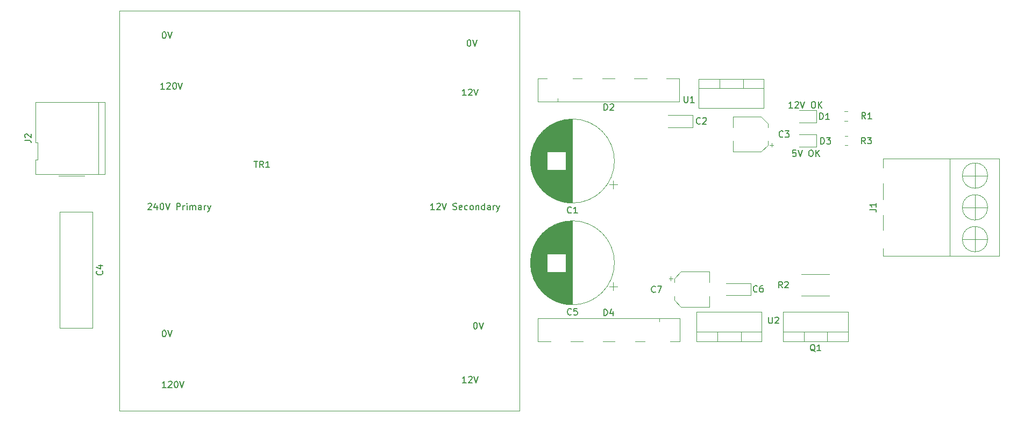
<source format=gbr>
%TF.GenerationSoftware,KiCad,Pcbnew,7.0.7*%
%TF.CreationDate,2023-08-27T17:08:45+10:00*%
%TF.ProjectId,PowerSupply,506f7765-7253-4757-9070-6c792e6b6963,rev?*%
%TF.SameCoordinates,Original*%
%TF.FileFunction,Legend,Top*%
%TF.FilePolarity,Positive*%
%FSLAX46Y46*%
G04 Gerber Fmt 4.6, Leading zero omitted, Abs format (unit mm)*
G04 Created by KiCad (PCBNEW 7.0.7) date 2023-08-27 17:08:45*
%MOMM*%
%LPD*%
G01*
G04 APERTURE LIST*
%ADD10C,0.150000*%
%ADD11C,0.120000*%
G04 APERTURE END LIST*
D10*
X166128095Y-120884819D02*
X166128095Y-121694342D01*
X166128095Y-121694342D02*
X166175714Y-121789580D01*
X166175714Y-121789580D02*
X166223333Y-121837200D01*
X166223333Y-121837200D02*
X166318571Y-121884819D01*
X166318571Y-121884819D02*
X166509047Y-121884819D01*
X166509047Y-121884819D02*
X166604285Y-121837200D01*
X166604285Y-121837200D02*
X166651904Y-121789580D01*
X166651904Y-121789580D02*
X166699523Y-121694342D01*
X166699523Y-121694342D02*
X166699523Y-120884819D01*
X167128095Y-120980057D02*
X167175714Y-120932438D01*
X167175714Y-120932438D02*
X167270952Y-120884819D01*
X167270952Y-120884819D02*
X167509047Y-120884819D01*
X167509047Y-120884819D02*
X167604285Y-120932438D01*
X167604285Y-120932438D02*
X167651904Y-120980057D01*
X167651904Y-120980057D02*
X167699523Y-121075295D01*
X167699523Y-121075295D02*
X167699523Y-121170533D01*
X167699523Y-121170533D02*
X167651904Y-121313390D01*
X167651904Y-121313390D02*
X167080476Y-121884819D01*
X167080476Y-121884819D02*
X167699523Y-121884819D01*
X181363333Y-89684819D02*
X181030000Y-89208628D01*
X180791905Y-89684819D02*
X180791905Y-88684819D01*
X180791905Y-88684819D02*
X181172857Y-88684819D01*
X181172857Y-88684819D02*
X181268095Y-88732438D01*
X181268095Y-88732438D02*
X181315714Y-88780057D01*
X181315714Y-88780057D02*
X181363333Y-88875295D01*
X181363333Y-88875295D02*
X181363333Y-89018152D01*
X181363333Y-89018152D02*
X181315714Y-89113390D01*
X181315714Y-89113390D02*
X181268095Y-89161009D01*
X181268095Y-89161009D02*
X181172857Y-89208628D01*
X181172857Y-89208628D02*
X180791905Y-89208628D01*
X182315714Y-89684819D02*
X181744286Y-89684819D01*
X182030000Y-89684819D02*
X182030000Y-88684819D01*
X182030000Y-88684819D02*
X181934762Y-88827676D01*
X181934762Y-88827676D02*
X181839524Y-88922914D01*
X181839524Y-88922914D02*
X181744286Y-88970533D01*
X135053333Y-120459580D02*
X135005714Y-120507200D01*
X135005714Y-120507200D02*
X134862857Y-120554819D01*
X134862857Y-120554819D02*
X134767619Y-120554819D01*
X134767619Y-120554819D02*
X134624762Y-120507200D01*
X134624762Y-120507200D02*
X134529524Y-120411961D01*
X134529524Y-120411961D02*
X134481905Y-120316723D01*
X134481905Y-120316723D02*
X134434286Y-120126247D01*
X134434286Y-120126247D02*
X134434286Y-119983390D01*
X134434286Y-119983390D02*
X134481905Y-119792914D01*
X134481905Y-119792914D02*
X134529524Y-119697676D01*
X134529524Y-119697676D02*
X134624762Y-119602438D01*
X134624762Y-119602438D02*
X134767619Y-119554819D01*
X134767619Y-119554819D02*
X134862857Y-119554819D01*
X134862857Y-119554819D02*
X135005714Y-119602438D01*
X135005714Y-119602438D02*
X135053333Y-119650057D01*
X135958095Y-119554819D02*
X135481905Y-119554819D01*
X135481905Y-119554819D02*
X135434286Y-120031009D01*
X135434286Y-120031009D02*
X135481905Y-119983390D01*
X135481905Y-119983390D02*
X135577143Y-119935771D01*
X135577143Y-119935771D02*
X135815238Y-119935771D01*
X135815238Y-119935771D02*
X135910476Y-119983390D01*
X135910476Y-119983390D02*
X135958095Y-120031009D01*
X135958095Y-120031009D02*
X136005714Y-120126247D01*
X136005714Y-120126247D02*
X136005714Y-120364342D01*
X136005714Y-120364342D02*
X135958095Y-120459580D01*
X135958095Y-120459580D02*
X135910476Y-120507200D01*
X135910476Y-120507200D02*
X135815238Y-120554819D01*
X135815238Y-120554819D02*
X135577143Y-120554819D01*
X135577143Y-120554819D02*
X135481905Y-120507200D01*
X135481905Y-120507200D02*
X135434286Y-120459580D01*
X174331905Y-93634819D02*
X174331905Y-92634819D01*
X174331905Y-92634819D02*
X174570000Y-92634819D01*
X174570000Y-92634819D02*
X174712857Y-92682438D01*
X174712857Y-92682438D02*
X174808095Y-92777676D01*
X174808095Y-92777676D02*
X174855714Y-92872914D01*
X174855714Y-92872914D02*
X174903333Y-93063390D01*
X174903333Y-93063390D02*
X174903333Y-93206247D01*
X174903333Y-93206247D02*
X174855714Y-93396723D01*
X174855714Y-93396723D02*
X174808095Y-93491961D01*
X174808095Y-93491961D02*
X174712857Y-93587200D01*
X174712857Y-93587200D02*
X174570000Y-93634819D01*
X174570000Y-93634819D02*
X174331905Y-93634819D01*
X175236667Y-92634819D02*
X175855714Y-92634819D01*
X175855714Y-92634819D02*
X175522381Y-93015771D01*
X175522381Y-93015771D02*
X175665238Y-93015771D01*
X175665238Y-93015771D02*
X175760476Y-93063390D01*
X175760476Y-93063390D02*
X175808095Y-93111009D01*
X175808095Y-93111009D02*
X175855714Y-93206247D01*
X175855714Y-93206247D02*
X175855714Y-93444342D01*
X175855714Y-93444342D02*
X175808095Y-93539580D01*
X175808095Y-93539580D02*
X175760476Y-93587200D01*
X175760476Y-93587200D02*
X175665238Y-93634819D01*
X175665238Y-93634819D02*
X175379524Y-93634819D01*
X175379524Y-93634819D02*
X175284286Y-93587200D01*
X175284286Y-93587200D02*
X175236667Y-93539580D01*
X170394761Y-94604819D02*
X169918571Y-94604819D01*
X169918571Y-94604819D02*
X169870952Y-95081009D01*
X169870952Y-95081009D02*
X169918571Y-95033390D01*
X169918571Y-95033390D02*
X170013809Y-94985771D01*
X170013809Y-94985771D02*
X170251904Y-94985771D01*
X170251904Y-94985771D02*
X170347142Y-95033390D01*
X170347142Y-95033390D02*
X170394761Y-95081009D01*
X170394761Y-95081009D02*
X170442380Y-95176247D01*
X170442380Y-95176247D02*
X170442380Y-95414342D01*
X170442380Y-95414342D02*
X170394761Y-95509580D01*
X170394761Y-95509580D02*
X170347142Y-95557200D01*
X170347142Y-95557200D02*
X170251904Y-95604819D01*
X170251904Y-95604819D02*
X170013809Y-95604819D01*
X170013809Y-95604819D02*
X169918571Y-95557200D01*
X169918571Y-95557200D02*
X169870952Y-95509580D01*
X170728095Y-94604819D02*
X171061428Y-95604819D01*
X171061428Y-95604819D02*
X171394761Y-94604819D01*
X172680476Y-94604819D02*
X172870952Y-94604819D01*
X172870952Y-94604819D02*
X172966190Y-94652438D01*
X172966190Y-94652438D02*
X173061428Y-94747676D01*
X173061428Y-94747676D02*
X173109047Y-94938152D01*
X173109047Y-94938152D02*
X173109047Y-95271485D01*
X173109047Y-95271485D02*
X173061428Y-95461961D01*
X173061428Y-95461961D02*
X172966190Y-95557200D01*
X172966190Y-95557200D02*
X172870952Y-95604819D01*
X172870952Y-95604819D02*
X172680476Y-95604819D01*
X172680476Y-95604819D02*
X172585238Y-95557200D01*
X172585238Y-95557200D02*
X172490000Y-95461961D01*
X172490000Y-95461961D02*
X172442381Y-95271485D01*
X172442381Y-95271485D02*
X172442381Y-94938152D01*
X172442381Y-94938152D02*
X172490000Y-94747676D01*
X172490000Y-94747676D02*
X172585238Y-94652438D01*
X172585238Y-94652438D02*
X172680476Y-94604819D01*
X173537619Y-95604819D02*
X173537619Y-94604819D01*
X174109047Y-95604819D02*
X173680476Y-95033390D01*
X174109047Y-94604819D02*
X173537619Y-95176247D01*
X168273333Y-116304819D02*
X167940000Y-115828628D01*
X167701905Y-116304819D02*
X167701905Y-115304819D01*
X167701905Y-115304819D02*
X168082857Y-115304819D01*
X168082857Y-115304819D02*
X168178095Y-115352438D01*
X168178095Y-115352438D02*
X168225714Y-115400057D01*
X168225714Y-115400057D02*
X168273333Y-115495295D01*
X168273333Y-115495295D02*
X168273333Y-115638152D01*
X168273333Y-115638152D02*
X168225714Y-115733390D01*
X168225714Y-115733390D02*
X168178095Y-115781009D01*
X168178095Y-115781009D02*
X168082857Y-115828628D01*
X168082857Y-115828628D02*
X167701905Y-115828628D01*
X168654286Y-115400057D02*
X168701905Y-115352438D01*
X168701905Y-115352438D02*
X168797143Y-115304819D01*
X168797143Y-115304819D02*
X169035238Y-115304819D01*
X169035238Y-115304819D02*
X169130476Y-115352438D01*
X169130476Y-115352438D02*
X169178095Y-115400057D01*
X169178095Y-115400057D02*
X169225714Y-115495295D01*
X169225714Y-115495295D02*
X169225714Y-115590533D01*
X169225714Y-115590533D02*
X169178095Y-115733390D01*
X169178095Y-115733390D02*
X168606667Y-116304819D01*
X168606667Y-116304819D02*
X169225714Y-116304819D01*
X135053333Y-104429580D02*
X135005714Y-104477200D01*
X135005714Y-104477200D02*
X134862857Y-104524819D01*
X134862857Y-104524819D02*
X134767619Y-104524819D01*
X134767619Y-104524819D02*
X134624762Y-104477200D01*
X134624762Y-104477200D02*
X134529524Y-104381961D01*
X134529524Y-104381961D02*
X134481905Y-104286723D01*
X134481905Y-104286723D02*
X134434286Y-104096247D01*
X134434286Y-104096247D02*
X134434286Y-103953390D01*
X134434286Y-103953390D02*
X134481905Y-103762914D01*
X134481905Y-103762914D02*
X134529524Y-103667676D01*
X134529524Y-103667676D02*
X134624762Y-103572438D01*
X134624762Y-103572438D02*
X134767619Y-103524819D01*
X134767619Y-103524819D02*
X134862857Y-103524819D01*
X134862857Y-103524819D02*
X135005714Y-103572438D01*
X135005714Y-103572438D02*
X135053333Y-103620057D01*
X136005714Y-104524819D02*
X135434286Y-104524819D01*
X135720000Y-104524819D02*
X135720000Y-103524819D01*
X135720000Y-103524819D02*
X135624762Y-103667676D01*
X135624762Y-103667676D02*
X135529524Y-103762914D01*
X135529524Y-103762914D02*
X135434286Y-103810533D01*
X173424761Y-126300057D02*
X173329523Y-126252438D01*
X173329523Y-126252438D02*
X173234285Y-126157200D01*
X173234285Y-126157200D02*
X173091428Y-126014342D01*
X173091428Y-126014342D02*
X172996190Y-125966723D01*
X172996190Y-125966723D02*
X172900952Y-125966723D01*
X172948571Y-126204819D02*
X172853333Y-126157200D01*
X172853333Y-126157200D02*
X172758095Y-126061961D01*
X172758095Y-126061961D02*
X172710476Y-125871485D01*
X172710476Y-125871485D02*
X172710476Y-125538152D01*
X172710476Y-125538152D02*
X172758095Y-125347676D01*
X172758095Y-125347676D02*
X172853333Y-125252438D01*
X172853333Y-125252438D02*
X172948571Y-125204819D01*
X172948571Y-125204819D02*
X173139047Y-125204819D01*
X173139047Y-125204819D02*
X173234285Y-125252438D01*
X173234285Y-125252438D02*
X173329523Y-125347676D01*
X173329523Y-125347676D02*
X173377142Y-125538152D01*
X173377142Y-125538152D02*
X173377142Y-125871485D01*
X173377142Y-125871485D02*
X173329523Y-126061961D01*
X173329523Y-126061961D02*
X173234285Y-126157200D01*
X173234285Y-126157200D02*
X173139047Y-126204819D01*
X173139047Y-126204819D02*
X172948571Y-126204819D01*
X174329523Y-126204819D02*
X173758095Y-126204819D01*
X174043809Y-126204819D02*
X174043809Y-125204819D01*
X174043809Y-125204819D02*
X173948571Y-125347676D01*
X173948571Y-125347676D02*
X173853333Y-125442914D01*
X173853333Y-125442914D02*
X173758095Y-125490533D01*
X148283333Y-116919580D02*
X148235714Y-116967200D01*
X148235714Y-116967200D02*
X148092857Y-117014819D01*
X148092857Y-117014819D02*
X147997619Y-117014819D01*
X147997619Y-117014819D02*
X147854762Y-116967200D01*
X147854762Y-116967200D02*
X147759524Y-116871961D01*
X147759524Y-116871961D02*
X147711905Y-116776723D01*
X147711905Y-116776723D02*
X147664286Y-116586247D01*
X147664286Y-116586247D02*
X147664286Y-116443390D01*
X147664286Y-116443390D02*
X147711905Y-116252914D01*
X147711905Y-116252914D02*
X147759524Y-116157676D01*
X147759524Y-116157676D02*
X147854762Y-116062438D01*
X147854762Y-116062438D02*
X147997619Y-116014819D01*
X147997619Y-116014819D02*
X148092857Y-116014819D01*
X148092857Y-116014819D02*
X148235714Y-116062438D01*
X148235714Y-116062438D02*
X148283333Y-116110057D01*
X148616667Y-116014819D02*
X149283333Y-116014819D01*
X149283333Y-116014819D02*
X148854762Y-117014819D01*
X168383333Y-92489580D02*
X168335714Y-92537200D01*
X168335714Y-92537200D02*
X168192857Y-92584819D01*
X168192857Y-92584819D02*
X168097619Y-92584819D01*
X168097619Y-92584819D02*
X167954762Y-92537200D01*
X167954762Y-92537200D02*
X167859524Y-92441961D01*
X167859524Y-92441961D02*
X167811905Y-92346723D01*
X167811905Y-92346723D02*
X167764286Y-92156247D01*
X167764286Y-92156247D02*
X167764286Y-92013390D01*
X167764286Y-92013390D02*
X167811905Y-91822914D01*
X167811905Y-91822914D02*
X167859524Y-91727676D01*
X167859524Y-91727676D02*
X167954762Y-91632438D01*
X167954762Y-91632438D02*
X168097619Y-91584819D01*
X168097619Y-91584819D02*
X168192857Y-91584819D01*
X168192857Y-91584819D02*
X168335714Y-91632438D01*
X168335714Y-91632438D02*
X168383333Y-91680057D01*
X168716667Y-91584819D02*
X169335714Y-91584819D01*
X169335714Y-91584819D02*
X169002381Y-91965771D01*
X169002381Y-91965771D02*
X169145238Y-91965771D01*
X169145238Y-91965771D02*
X169240476Y-92013390D01*
X169240476Y-92013390D02*
X169288095Y-92061009D01*
X169288095Y-92061009D02*
X169335714Y-92156247D01*
X169335714Y-92156247D02*
X169335714Y-92394342D01*
X169335714Y-92394342D02*
X169288095Y-92489580D01*
X169288095Y-92489580D02*
X169240476Y-92537200D01*
X169240476Y-92537200D02*
X169145238Y-92584819D01*
X169145238Y-92584819D02*
X168859524Y-92584819D01*
X168859524Y-92584819D02*
X168764286Y-92537200D01*
X168764286Y-92537200D02*
X168716667Y-92489580D01*
X164313333Y-116859580D02*
X164265714Y-116907200D01*
X164265714Y-116907200D02*
X164122857Y-116954819D01*
X164122857Y-116954819D02*
X164027619Y-116954819D01*
X164027619Y-116954819D02*
X163884762Y-116907200D01*
X163884762Y-116907200D02*
X163789524Y-116811961D01*
X163789524Y-116811961D02*
X163741905Y-116716723D01*
X163741905Y-116716723D02*
X163694286Y-116526247D01*
X163694286Y-116526247D02*
X163694286Y-116383390D01*
X163694286Y-116383390D02*
X163741905Y-116192914D01*
X163741905Y-116192914D02*
X163789524Y-116097676D01*
X163789524Y-116097676D02*
X163884762Y-116002438D01*
X163884762Y-116002438D02*
X164027619Y-115954819D01*
X164027619Y-115954819D02*
X164122857Y-115954819D01*
X164122857Y-115954819D02*
X164265714Y-116002438D01*
X164265714Y-116002438D02*
X164313333Y-116050057D01*
X165170476Y-115954819D02*
X164980000Y-115954819D01*
X164980000Y-115954819D02*
X164884762Y-116002438D01*
X164884762Y-116002438D02*
X164837143Y-116050057D01*
X164837143Y-116050057D02*
X164741905Y-116192914D01*
X164741905Y-116192914D02*
X164694286Y-116383390D01*
X164694286Y-116383390D02*
X164694286Y-116764342D01*
X164694286Y-116764342D02*
X164741905Y-116859580D01*
X164741905Y-116859580D02*
X164789524Y-116907200D01*
X164789524Y-116907200D02*
X164884762Y-116954819D01*
X164884762Y-116954819D02*
X165075238Y-116954819D01*
X165075238Y-116954819D02*
X165170476Y-116907200D01*
X165170476Y-116907200D02*
X165218095Y-116859580D01*
X165218095Y-116859580D02*
X165265714Y-116764342D01*
X165265714Y-116764342D02*
X165265714Y-116526247D01*
X165265714Y-116526247D02*
X165218095Y-116431009D01*
X165218095Y-116431009D02*
X165170476Y-116383390D01*
X165170476Y-116383390D02*
X165075238Y-116335771D01*
X165075238Y-116335771D02*
X164884762Y-116335771D01*
X164884762Y-116335771D02*
X164789524Y-116383390D01*
X164789524Y-116383390D02*
X164741905Y-116431009D01*
X164741905Y-116431009D02*
X164694286Y-116526247D01*
X174161905Y-89764819D02*
X174161905Y-88764819D01*
X174161905Y-88764819D02*
X174400000Y-88764819D01*
X174400000Y-88764819D02*
X174542857Y-88812438D01*
X174542857Y-88812438D02*
X174638095Y-88907676D01*
X174638095Y-88907676D02*
X174685714Y-89002914D01*
X174685714Y-89002914D02*
X174733333Y-89193390D01*
X174733333Y-89193390D02*
X174733333Y-89336247D01*
X174733333Y-89336247D02*
X174685714Y-89526723D01*
X174685714Y-89526723D02*
X174638095Y-89621961D01*
X174638095Y-89621961D02*
X174542857Y-89717200D01*
X174542857Y-89717200D02*
X174400000Y-89764819D01*
X174400000Y-89764819D02*
X174161905Y-89764819D01*
X175685714Y-89764819D02*
X175114286Y-89764819D01*
X175400000Y-89764819D02*
X175400000Y-88764819D01*
X175400000Y-88764819D02*
X175304762Y-88907676D01*
X175304762Y-88907676D02*
X175209524Y-89002914D01*
X175209524Y-89002914D02*
X175114286Y-89050533D01*
X169886190Y-87974819D02*
X169314762Y-87974819D01*
X169600476Y-87974819D02*
X169600476Y-86974819D01*
X169600476Y-86974819D02*
X169505238Y-87117676D01*
X169505238Y-87117676D02*
X169410000Y-87212914D01*
X169410000Y-87212914D02*
X169314762Y-87260533D01*
X170267143Y-87070057D02*
X170314762Y-87022438D01*
X170314762Y-87022438D02*
X170410000Y-86974819D01*
X170410000Y-86974819D02*
X170648095Y-86974819D01*
X170648095Y-86974819D02*
X170743333Y-87022438D01*
X170743333Y-87022438D02*
X170790952Y-87070057D01*
X170790952Y-87070057D02*
X170838571Y-87165295D01*
X170838571Y-87165295D02*
X170838571Y-87260533D01*
X170838571Y-87260533D02*
X170790952Y-87403390D01*
X170790952Y-87403390D02*
X170219524Y-87974819D01*
X170219524Y-87974819D02*
X170838571Y-87974819D01*
X171124286Y-86974819D02*
X171457619Y-87974819D01*
X171457619Y-87974819D02*
X171790952Y-86974819D01*
X173076667Y-86974819D02*
X173267143Y-86974819D01*
X173267143Y-86974819D02*
X173362381Y-87022438D01*
X173362381Y-87022438D02*
X173457619Y-87117676D01*
X173457619Y-87117676D02*
X173505238Y-87308152D01*
X173505238Y-87308152D02*
X173505238Y-87641485D01*
X173505238Y-87641485D02*
X173457619Y-87831961D01*
X173457619Y-87831961D02*
X173362381Y-87927200D01*
X173362381Y-87927200D02*
X173267143Y-87974819D01*
X173267143Y-87974819D02*
X173076667Y-87974819D01*
X173076667Y-87974819D02*
X172981429Y-87927200D01*
X172981429Y-87927200D02*
X172886191Y-87831961D01*
X172886191Y-87831961D02*
X172838572Y-87641485D01*
X172838572Y-87641485D02*
X172838572Y-87308152D01*
X172838572Y-87308152D02*
X172886191Y-87117676D01*
X172886191Y-87117676D02*
X172981429Y-87022438D01*
X172981429Y-87022438D02*
X173076667Y-86974819D01*
X173933810Y-87974819D02*
X173933810Y-86974819D01*
X174505238Y-87974819D02*
X174076667Y-87403390D01*
X174505238Y-86974819D02*
X173933810Y-87546247D01*
X181343333Y-93614819D02*
X181010000Y-93138628D01*
X180771905Y-93614819D02*
X180771905Y-92614819D01*
X180771905Y-92614819D02*
X181152857Y-92614819D01*
X181152857Y-92614819D02*
X181248095Y-92662438D01*
X181248095Y-92662438D02*
X181295714Y-92710057D01*
X181295714Y-92710057D02*
X181343333Y-92805295D01*
X181343333Y-92805295D02*
X181343333Y-92948152D01*
X181343333Y-92948152D02*
X181295714Y-93043390D01*
X181295714Y-93043390D02*
X181248095Y-93091009D01*
X181248095Y-93091009D02*
X181152857Y-93138628D01*
X181152857Y-93138628D02*
X180771905Y-93138628D01*
X181676667Y-92614819D02*
X182295714Y-92614819D01*
X182295714Y-92614819D02*
X181962381Y-92995771D01*
X181962381Y-92995771D02*
X182105238Y-92995771D01*
X182105238Y-92995771D02*
X182200476Y-93043390D01*
X182200476Y-93043390D02*
X182248095Y-93091009D01*
X182248095Y-93091009D02*
X182295714Y-93186247D01*
X182295714Y-93186247D02*
X182295714Y-93424342D01*
X182295714Y-93424342D02*
X182248095Y-93519580D01*
X182248095Y-93519580D02*
X182200476Y-93567200D01*
X182200476Y-93567200D02*
X182105238Y-93614819D01*
X182105238Y-93614819D02*
X181819524Y-93614819D01*
X181819524Y-93614819D02*
X181724286Y-93567200D01*
X181724286Y-93567200D02*
X181676667Y-93519580D01*
X152818095Y-86104819D02*
X152818095Y-86914342D01*
X152818095Y-86914342D02*
X152865714Y-87009580D01*
X152865714Y-87009580D02*
X152913333Y-87057200D01*
X152913333Y-87057200D02*
X153008571Y-87104819D01*
X153008571Y-87104819D02*
X153199047Y-87104819D01*
X153199047Y-87104819D02*
X153294285Y-87057200D01*
X153294285Y-87057200D02*
X153341904Y-87009580D01*
X153341904Y-87009580D02*
X153389523Y-86914342D01*
X153389523Y-86914342D02*
X153389523Y-86104819D01*
X154389523Y-87104819D02*
X153818095Y-87104819D01*
X154103809Y-87104819D02*
X154103809Y-86104819D01*
X154103809Y-86104819D02*
X154008571Y-86247676D01*
X154008571Y-86247676D02*
X153913333Y-86342914D01*
X153913333Y-86342914D02*
X153818095Y-86390533D01*
X85113095Y-96329819D02*
X85684523Y-96329819D01*
X85398809Y-97329819D02*
X85398809Y-96329819D01*
X86589285Y-97329819D02*
X86255952Y-96853628D01*
X86017857Y-97329819D02*
X86017857Y-96329819D01*
X86017857Y-96329819D02*
X86398809Y-96329819D01*
X86398809Y-96329819D02*
X86494047Y-96377438D01*
X86494047Y-96377438D02*
X86541666Y-96425057D01*
X86541666Y-96425057D02*
X86589285Y-96520295D01*
X86589285Y-96520295D02*
X86589285Y-96663152D01*
X86589285Y-96663152D02*
X86541666Y-96758390D01*
X86541666Y-96758390D02*
X86494047Y-96806009D01*
X86494047Y-96806009D02*
X86398809Y-96853628D01*
X86398809Y-96853628D02*
X86017857Y-96853628D01*
X87541666Y-97329819D02*
X86970238Y-97329819D01*
X87255952Y-97329819D02*
X87255952Y-96329819D01*
X87255952Y-96329819D02*
X87160714Y-96472676D01*
X87160714Y-96472676D02*
X87065476Y-96567914D01*
X87065476Y-96567914D02*
X86970238Y-96615533D01*
X70985588Y-84994819D02*
X70414160Y-84994819D01*
X70699874Y-84994819D02*
X70699874Y-83994819D01*
X70699874Y-83994819D02*
X70604636Y-84137676D01*
X70604636Y-84137676D02*
X70509398Y-84232914D01*
X70509398Y-84232914D02*
X70414160Y-84280533D01*
X71366541Y-84090057D02*
X71414160Y-84042438D01*
X71414160Y-84042438D02*
X71509398Y-83994819D01*
X71509398Y-83994819D02*
X71747493Y-83994819D01*
X71747493Y-83994819D02*
X71842731Y-84042438D01*
X71842731Y-84042438D02*
X71890350Y-84090057D01*
X71890350Y-84090057D02*
X71937969Y-84185295D01*
X71937969Y-84185295D02*
X71937969Y-84280533D01*
X71937969Y-84280533D02*
X71890350Y-84423390D01*
X71890350Y-84423390D02*
X71318922Y-84994819D01*
X71318922Y-84994819D02*
X71937969Y-84994819D01*
X72557017Y-83994819D02*
X72652255Y-83994819D01*
X72652255Y-83994819D02*
X72747493Y-84042438D01*
X72747493Y-84042438D02*
X72795112Y-84090057D01*
X72795112Y-84090057D02*
X72842731Y-84185295D01*
X72842731Y-84185295D02*
X72890350Y-84375771D01*
X72890350Y-84375771D02*
X72890350Y-84613866D01*
X72890350Y-84613866D02*
X72842731Y-84804342D01*
X72842731Y-84804342D02*
X72795112Y-84899580D01*
X72795112Y-84899580D02*
X72747493Y-84947200D01*
X72747493Y-84947200D02*
X72652255Y-84994819D01*
X72652255Y-84994819D02*
X72557017Y-84994819D01*
X72557017Y-84994819D02*
X72461779Y-84947200D01*
X72461779Y-84947200D02*
X72414160Y-84899580D01*
X72414160Y-84899580D02*
X72366541Y-84804342D01*
X72366541Y-84804342D02*
X72318922Y-84613866D01*
X72318922Y-84613866D02*
X72318922Y-84375771D01*
X72318922Y-84375771D02*
X72366541Y-84185295D01*
X72366541Y-84185295D02*
X72414160Y-84090057D01*
X72414160Y-84090057D02*
X72461779Y-84042438D01*
X72461779Y-84042438D02*
X72557017Y-83994819D01*
X73176065Y-83994819D02*
X73509398Y-84994819D01*
X73509398Y-84994819D02*
X73842731Y-83994819D01*
X118485588Y-131244819D02*
X117914160Y-131244819D01*
X118199874Y-131244819D02*
X118199874Y-130244819D01*
X118199874Y-130244819D02*
X118104636Y-130387676D01*
X118104636Y-130387676D02*
X118009398Y-130482914D01*
X118009398Y-130482914D02*
X117914160Y-130530533D01*
X118866541Y-130340057D02*
X118914160Y-130292438D01*
X118914160Y-130292438D02*
X119009398Y-130244819D01*
X119009398Y-130244819D02*
X119247493Y-130244819D01*
X119247493Y-130244819D02*
X119342731Y-130292438D01*
X119342731Y-130292438D02*
X119390350Y-130340057D01*
X119390350Y-130340057D02*
X119437969Y-130435295D01*
X119437969Y-130435295D02*
X119437969Y-130530533D01*
X119437969Y-130530533D02*
X119390350Y-130673390D01*
X119390350Y-130673390D02*
X118818922Y-131244819D01*
X118818922Y-131244819D02*
X119437969Y-131244819D01*
X119723684Y-130244819D02*
X120057017Y-131244819D01*
X120057017Y-131244819D02*
X120390350Y-130244819D01*
X71235588Y-131994819D02*
X70664160Y-131994819D01*
X70949874Y-131994819D02*
X70949874Y-130994819D01*
X70949874Y-130994819D02*
X70854636Y-131137676D01*
X70854636Y-131137676D02*
X70759398Y-131232914D01*
X70759398Y-131232914D02*
X70664160Y-131280533D01*
X71616541Y-131090057D02*
X71664160Y-131042438D01*
X71664160Y-131042438D02*
X71759398Y-130994819D01*
X71759398Y-130994819D02*
X71997493Y-130994819D01*
X71997493Y-130994819D02*
X72092731Y-131042438D01*
X72092731Y-131042438D02*
X72140350Y-131090057D01*
X72140350Y-131090057D02*
X72187969Y-131185295D01*
X72187969Y-131185295D02*
X72187969Y-131280533D01*
X72187969Y-131280533D02*
X72140350Y-131423390D01*
X72140350Y-131423390D02*
X71568922Y-131994819D01*
X71568922Y-131994819D02*
X72187969Y-131994819D01*
X72807017Y-130994819D02*
X72902255Y-130994819D01*
X72902255Y-130994819D02*
X72997493Y-131042438D01*
X72997493Y-131042438D02*
X73045112Y-131090057D01*
X73045112Y-131090057D02*
X73092731Y-131185295D01*
X73092731Y-131185295D02*
X73140350Y-131375771D01*
X73140350Y-131375771D02*
X73140350Y-131613866D01*
X73140350Y-131613866D02*
X73092731Y-131804342D01*
X73092731Y-131804342D02*
X73045112Y-131899580D01*
X73045112Y-131899580D02*
X72997493Y-131947200D01*
X72997493Y-131947200D02*
X72902255Y-131994819D01*
X72902255Y-131994819D02*
X72807017Y-131994819D01*
X72807017Y-131994819D02*
X72711779Y-131947200D01*
X72711779Y-131947200D02*
X72664160Y-131899580D01*
X72664160Y-131899580D02*
X72616541Y-131804342D01*
X72616541Y-131804342D02*
X72568922Y-131613866D01*
X72568922Y-131613866D02*
X72568922Y-131375771D01*
X72568922Y-131375771D02*
X72616541Y-131185295D01*
X72616541Y-131185295D02*
X72664160Y-131090057D01*
X72664160Y-131090057D02*
X72711779Y-131042438D01*
X72711779Y-131042438D02*
X72807017Y-130994819D01*
X73426065Y-130994819D02*
X73759398Y-131994819D01*
X73759398Y-131994819D02*
X74092731Y-130994819D01*
X70902255Y-75994819D02*
X70997493Y-75994819D01*
X70997493Y-75994819D02*
X71092731Y-76042438D01*
X71092731Y-76042438D02*
X71140350Y-76090057D01*
X71140350Y-76090057D02*
X71187969Y-76185295D01*
X71187969Y-76185295D02*
X71235588Y-76375771D01*
X71235588Y-76375771D02*
X71235588Y-76613866D01*
X71235588Y-76613866D02*
X71187969Y-76804342D01*
X71187969Y-76804342D02*
X71140350Y-76899580D01*
X71140350Y-76899580D02*
X71092731Y-76947200D01*
X71092731Y-76947200D02*
X70997493Y-76994819D01*
X70997493Y-76994819D02*
X70902255Y-76994819D01*
X70902255Y-76994819D02*
X70807017Y-76947200D01*
X70807017Y-76947200D02*
X70759398Y-76899580D01*
X70759398Y-76899580D02*
X70711779Y-76804342D01*
X70711779Y-76804342D02*
X70664160Y-76613866D01*
X70664160Y-76613866D02*
X70664160Y-76375771D01*
X70664160Y-76375771D02*
X70711779Y-76185295D01*
X70711779Y-76185295D02*
X70759398Y-76090057D01*
X70759398Y-76090057D02*
X70807017Y-76042438D01*
X70807017Y-76042438D02*
X70902255Y-75994819D01*
X71521303Y-75994819D02*
X71854636Y-76994819D01*
X71854636Y-76994819D02*
X72187969Y-75994819D01*
X70902255Y-122994819D02*
X70997493Y-122994819D01*
X70997493Y-122994819D02*
X71092731Y-123042438D01*
X71092731Y-123042438D02*
X71140350Y-123090057D01*
X71140350Y-123090057D02*
X71187969Y-123185295D01*
X71187969Y-123185295D02*
X71235588Y-123375771D01*
X71235588Y-123375771D02*
X71235588Y-123613866D01*
X71235588Y-123613866D02*
X71187969Y-123804342D01*
X71187969Y-123804342D02*
X71140350Y-123899580D01*
X71140350Y-123899580D02*
X71092731Y-123947200D01*
X71092731Y-123947200D02*
X70997493Y-123994819D01*
X70997493Y-123994819D02*
X70902255Y-123994819D01*
X70902255Y-123994819D02*
X70807017Y-123947200D01*
X70807017Y-123947200D02*
X70759398Y-123899580D01*
X70759398Y-123899580D02*
X70711779Y-123804342D01*
X70711779Y-123804342D02*
X70664160Y-123613866D01*
X70664160Y-123613866D02*
X70664160Y-123375771D01*
X70664160Y-123375771D02*
X70711779Y-123185295D01*
X70711779Y-123185295D02*
X70759398Y-123090057D01*
X70759398Y-123090057D02*
X70807017Y-123042438D01*
X70807017Y-123042438D02*
X70902255Y-122994819D01*
X71521303Y-122994819D02*
X71854636Y-123994819D01*
X71854636Y-123994819D02*
X72187969Y-122994819D01*
X119902255Y-121744819D02*
X119997493Y-121744819D01*
X119997493Y-121744819D02*
X120092731Y-121792438D01*
X120092731Y-121792438D02*
X120140350Y-121840057D01*
X120140350Y-121840057D02*
X120187969Y-121935295D01*
X120187969Y-121935295D02*
X120235588Y-122125771D01*
X120235588Y-122125771D02*
X120235588Y-122363866D01*
X120235588Y-122363866D02*
X120187969Y-122554342D01*
X120187969Y-122554342D02*
X120140350Y-122649580D01*
X120140350Y-122649580D02*
X120092731Y-122697200D01*
X120092731Y-122697200D02*
X119997493Y-122744819D01*
X119997493Y-122744819D02*
X119902255Y-122744819D01*
X119902255Y-122744819D02*
X119807017Y-122697200D01*
X119807017Y-122697200D02*
X119759398Y-122649580D01*
X119759398Y-122649580D02*
X119711779Y-122554342D01*
X119711779Y-122554342D02*
X119664160Y-122363866D01*
X119664160Y-122363866D02*
X119664160Y-122125771D01*
X119664160Y-122125771D02*
X119711779Y-121935295D01*
X119711779Y-121935295D02*
X119759398Y-121840057D01*
X119759398Y-121840057D02*
X119807017Y-121792438D01*
X119807017Y-121792438D02*
X119902255Y-121744819D01*
X120521303Y-121744819D02*
X120854636Y-122744819D01*
X120854636Y-122744819D02*
X121187969Y-121744819D01*
X68414160Y-103090057D02*
X68461779Y-103042438D01*
X68461779Y-103042438D02*
X68557017Y-102994819D01*
X68557017Y-102994819D02*
X68795112Y-102994819D01*
X68795112Y-102994819D02*
X68890350Y-103042438D01*
X68890350Y-103042438D02*
X68937969Y-103090057D01*
X68937969Y-103090057D02*
X68985588Y-103185295D01*
X68985588Y-103185295D02*
X68985588Y-103280533D01*
X68985588Y-103280533D02*
X68937969Y-103423390D01*
X68937969Y-103423390D02*
X68366541Y-103994819D01*
X68366541Y-103994819D02*
X68985588Y-103994819D01*
X69842731Y-103328152D02*
X69842731Y-103994819D01*
X69604636Y-102947200D02*
X69366541Y-103661485D01*
X69366541Y-103661485D02*
X69985588Y-103661485D01*
X70557017Y-102994819D02*
X70652255Y-102994819D01*
X70652255Y-102994819D02*
X70747493Y-103042438D01*
X70747493Y-103042438D02*
X70795112Y-103090057D01*
X70795112Y-103090057D02*
X70842731Y-103185295D01*
X70842731Y-103185295D02*
X70890350Y-103375771D01*
X70890350Y-103375771D02*
X70890350Y-103613866D01*
X70890350Y-103613866D02*
X70842731Y-103804342D01*
X70842731Y-103804342D02*
X70795112Y-103899580D01*
X70795112Y-103899580D02*
X70747493Y-103947200D01*
X70747493Y-103947200D02*
X70652255Y-103994819D01*
X70652255Y-103994819D02*
X70557017Y-103994819D01*
X70557017Y-103994819D02*
X70461779Y-103947200D01*
X70461779Y-103947200D02*
X70414160Y-103899580D01*
X70414160Y-103899580D02*
X70366541Y-103804342D01*
X70366541Y-103804342D02*
X70318922Y-103613866D01*
X70318922Y-103613866D02*
X70318922Y-103375771D01*
X70318922Y-103375771D02*
X70366541Y-103185295D01*
X70366541Y-103185295D02*
X70414160Y-103090057D01*
X70414160Y-103090057D02*
X70461779Y-103042438D01*
X70461779Y-103042438D02*
X70557017Y-102994819D01*
X71176065Y-102994819D02*
X71509398Y-103994819D01*
X71509398Y-103994819D02*
X71842731Y-102994819D01*
X72937970Y-103994819D02*
X72937970Y-102994819D01*
X72937970Y-102994819D02*
X73318922Y-102994819D01*
X73318922Y-102994819D02*
X73414160Y-103042438D01*
X73414160Y-103042438D02*
X73461779Y-103090057D01*
X73461779Y-103090057D02*
X73509398Y-103185295D01*
X73509398Y-103185295D02*
X73509398Y-103328152D01*
X73509398Y-103328152D02*
X73461779Y-103423390D01*
X73461779Y-103423390D02*
X73414160Y-103471009D01*
X73414160Y-103471009D02*
X73318922Y-103518628D01*
X73318922Y-103518628D02*
X72937970Y-103518628D01*
X73937970Y-103994819D02*
X73937970Y-103328152D01*
X73937970Y-103518628D02*
X73985589Y-103423390D01*
X73985589Y-103423390D02*
X74033208Y-103375771D01*
X74033208Y-103375771D02*
X74128446Y-103328152D01*
X74128446Y-103328152D02*
X74223684Y-103328152D01*
X74557018Y-103994819D02*
X74557018Y-103328152D01*
X74557018Y-102994819D02*
X74509399Y-103042438D01*
X74509399Y-103042438D02*
X74557018Y-103090057D01*
X74557018Y-103090057D02*
X74604637Y-103042438D01*
X74604637Y-103042438D02*
X74557018Y-102994819D01*
X74557018Y-102994819D02*
X74557018Y-103090057D01*
X75033208Y-103994819D02*
X75033208Y-103328152D01*
X75033208Y-103423390D02*
X75080827Y-103375771D01*
X75080827Y-103375771D02*
X75176065Y-103328152D01*
X75176065Y-103328152D02*
X75318922Y-103328152D01*
X75318922Y-103328152D02*
X75414160Y-103375771D01*
X75414160Y-103375771D02*
X75461779Y-103471009D01*
X75461779Y-103471009D02*
X75461779Y-103994819D01*
X75461779Y-103471009D02*
X75509398Y-103375771D01*
X75509398Y-103375771D02*
X75604636Y-103328152D01*
X75604636Y-103328152D02*
X75747493Y-103328152D01*
X75747493Y-103328152D02*
X75842732Y-103375771D01*
X75842732Y-103375771D02*
X75890351Y-103471009D01*
X75890351Y-103471009D02*
X75890351Y-103994819D01*
X76795112Y-103994819D02*
X76795112Y-103471009D01*
X76795112Y-103471009D02*
X76747493Y-103375771D01*
X76747493Y-103375771D02*
X76652255Y-103328152D01*
X76652255Y-103328152D02*
X76461779Y-103328152D01*
X76461779Y-103328152D02*
X76366541Y-103375771D01*
X76795112Y-103947200D02*
X76699874Y-103994819D01*
X76699874Y-103994819D02*
X76461779Y-103994819D01*
X76461779Y-103994819D02*
X76366541Y-103947200D01*
X76366541Y-103947200D02*
X76318922Y-103851961D01*
X76318922Y-103851961D02*
X76318922Y-103756723D01*
X76318922Y-103756723D02*
X76366541Y-103661485D01*
X76366541Y-103661485D02*
X76461779Y-103613866D01*
X76461779Y-103613866D02*
X76699874Y-103613866D01*
X76699874Y-103613866D02*
X76795112Y-103566247D01*
X77271303Y-103994819D02*
X77271303Y-103328152D01*
X77271303Y-103518628D02*
X77318922Y-103423390D01*
X77318922Y-103423390D02*
X77366541Y-103375771D01*
X77366541Y-103375771D02*
X77461779Y-103328152D01*
X77461779Y-103328152D02*
X77557017Y-103328152D01*
X77795113Y-103328152D02*
X78033208Y-103994819D01*
X78271303Y-103328152D02*
X78033208Y-103994819D01*
X78033208Y-103994819D02*
X77937970Y-104232914D01*
X77937970Y-104232914D02*
X77890351Y-104280533D01*
X77890351Y-104280533D02*
X77795113Y-104328152D01*
X113485588Y-103994819D02*
X112914160Y-103994819D01*
X113199874Y-103994819D02*
X113199874Y-102994819D01*
X113199874Y-102994819D02*
X113104636Y-103137676D01*
X113104636Y-103137676D02*
X113009398Y-103232914D01*
X113009398Y-103232914D02*
X112914160Y-103280533D01*
X113866541Y-103090057D02*
X113914160Y-103042438D01*
X113914160Y-103042438D02*
X114009398Y-102994819D01*
X114009398Y-102994819D02*
X114247493Y-102994819D01*
X114247493Y-102994819D02*
X114342731Y-103042438D01*
X114342731Y-103042438D02*
X114390350Y-103090057D01*
X114390350Y-103090057D02*
X114437969Y-103185295D01*
X114437969Y-103185295D02*
X114437969Y-103280533D01*
X114437969Y-103280533D02*
X114390350Y-103423390D01*
X114390350Y-103423390D02*
X113818922Y-103994819D01*
X113818922Y-103994819D02*
X114437969Y-103994819D01*
X114723684Y-102994819D02*
X115057017Y-103994819D01*
X115057017Y-103994819D02*
X115390350Y-102994819D01*
X116437970Y-103947200D02*
X116580827Y-103994819D01*
X116580827Y-103994819D02*
X116818922Y-103994819D01*
X116818922Y-103994819D02*
X116914160Y-103947200D01*
X116914160Y-103947200D02*
X116961779Y-103899580D01*
X116961779Y-103899580D02*
X117009398Y-103804342D01*
X117009398Y-103804342D02*
X117009398Y-103709104D01*
X117009398Y-103709104D02*
X116961779Y-103613866D01*
X116961779Y-103613866D02*
X116914160Y-103566247D01*
X116914160Y-103566247D02*
X116818922Y-103518628D01*
X116818922Y-103518628D02*
X116628446Y-103471009D01*
X116628446Y-103471009D02*
X116533208Y-103423390D01*
X116533208Y-103423390D02*
X116485589Y-103375771D01*
X116485589Y-103375771D02*
X116437970Y-103280533D01*
X116437970Y-103280533D02*
X116437970Y-103185295D01*
X116437970Y-103185295D02*
X116485589Y-103090057D01*
X116485589Y-103090057D02*
X116533208Y-103042438D01*
X116533208Y-103042438D02*
X116628446Y-102994819D01*
X116628446Y-102994819D02*
X116866541Y-102994819D01*
X116866541Y-102994819D02*
X117009398Y-103042438D01*
X117818922Y-103947200D02*
X117723684Y-103994819D01*
X117723684Y-103994819D02*
X117533208Y-103994819D01*
X117533208Y-103994819D02*
X117437970Y-103947200D01*
X117437970Y-103947200D02*
X117390351Y-103851961D01*
X117390351Y-103851961D02*
X117390351Y-103471009D01*
X117390351Y-103471009D02*
X117437970Y-103375771D01*
X117437970Y-103375771D02*
X117533208Y-103328152D01*
X117533208Y-103328152D02*
X117723684Y-103328152D01*
X117723684Y-103328152D02*
X117818922Y-103375771D01*
X117818922Y-103375771D02*
X117866541Y-103471009D01*
X117866541Y-103471009D02*
X117866541Y-103566247D01*
X117866541Y-103566247D02*
X117390351Y-103661485D01*
X118723684Y-103947200D02*
X118628446Y-103994819D01*
X118628446Y-103994819D02*
X118437970Y-103994819D01*
X118437970Y-103994819D02*
X118342732Y-103947200D01*
X118342732Y-103947200D02*
X118295113Y-103899580D01*
X118295113Y-103899580D02*
X118247494Y-103804342D01*
X118247494Y-103804342D02*
X118247494Y-103518628D01*
X118247494Y-103518628D02*
X118295113Y-103423390D01*
X118295113Y-103423390D02*
X118342732Y-103375771D01*
X118342732Y-103375771D02*
X118437970Y-103328152D01*
X118437970Y-103328152D02*
X118628446Y-103328152D01*
X118628446Y-103328152D02*
X118723684Y-103375771D01*
X119295113Y-103994819D02*
X119199875Y-103947200D01*
X119199875Y-103947200D02*
X119152256Y-103899580D01*
X119152256Y-103899580D02*
X119104637Y-103804342D01*
X119104637Y-103804342D02*
X119104637Y-103518628D01*
X119104637Y-103518628D02*
X119152256Y-103423390D01*
X119152256Y-103423390D02*
X119199875Y-103375771D01*
X119199875Y-103375771D02*
X119295113Y-103328152D01*
X119295113Y-103328152D02*
X119437970Y-103328152D01*
X119437970Y-103328152D02*
X119533208Y-103375771D01*
X119533208Y-103375771D02*
X119580827Y-103423390D01*
X119580827Y-103423390D02*
X119628446Y-103518628D01*
X119628446Y-103518628D02*
X119628446Y-103804342D01*
X119628446Y-103804342D02*
X119580827Y-103899580D01*
X119580827Y-103899580D02*
X119533208Y-103947200D01*
X119533208Y-103947200D02*
X119437970Y-103994819D01*
X119437970Y-103994819D02*
X119295113Y-103994819D01*
X120057018Y-103328152D02*
X120057018Y-103994819D01*
X120057018Y-103423390D02*
X120104637Y-103375771D01*
X120104637Y-103375771D02*
X120199875Y-103328152D01*
X120199875Y-103328152D02*
X120342732Y-103328152D01*
X120342732Y-103328152D02*
X120437970Y-103375771D01*
X120437970Y-103375771D02*
X120485589Y-103471009D01*
X120485589Y-103471009D02*
X120485589Y-103994819D01*
X121390351Y-103994819D02*
X121390351Y-102994819D01*
X121390351Y-103947200D02*
X121295113Y-103994819D01*
X121295113Y-103994819D02*
X121104637Y-103994819D01*
X121104637Y-103994819D02*
X121009399Y-103947200D01*
X121009399Y-103947200D02*
X120961780Y-103899580D01*
X120961780Y-103899580D02*
X120914161Y-103804342D01*
X120914161Y-103804342D02*
X120914161Y-103518628D01*
X120914161Y-103518628D02*
X120961780Y-103423390D01*
X120961780Y-103423390D02*
X121009399Y-103375771D01*
X121009399Y-103375771D02*
X121104637Y-103328152D01*
X121104637Y-103328152D02*
X121295113Y-103328152D01*
X121295113Y-103328152D02*
X121390351Y-103375771D01*
X122295113Y-103994819D02*
X122295113Y-103471009D01*
X122295113Y-103471009D02*
X122247494Y-103375771D01*
X122247494Y-103375771D02*
X122152256Y-103328152D01*
X122152256Y-103328152D02*
X121961780Y-103328152D01*
X121961780Y-103328152D02*
X121866542Y-103375771D01*
X122295113Y-103947200D02*
X122199875Y-103994819D01*
X122199875Y-103994819D02*
X121961780Y-103994819D01*
X121961780Y-103994819D02*
X121866542Y-103947200D01*
X121866542Y-103947200D02*
X121818923Y-103851961D01*
X121818923Y-103851961D02*
X121818923Y-103756723D01*
X121818923Y-103756723D02*
X121866542Y-103661485D01*
X121866542Y-103661485D02*
X121961780Y-103613866D01*
X121961780Y-103613866D02*
X122199875Y-103613866D01*
X122199875Y-103613866D02*
X122295113Y-103566247D01*
X122771304Y-103994819D02*
X122771304Y-103328152D01*
X122771304Y-103518628D02*
X122818923Y-103423390D01*
X122818923Y-103423390D02*
X122866542Y-103375771D01*
X122866542Y-103375771D02*
X122961780Y-103328152D01*
X122961780Y-103328152D02*
X123057018Y-103328152D01*
X123295114Y-103328152D02*
X123533209Y-103994819D01*
X123771304Y-103328152D02*
X123533209Y-103994819D01*
X123533209Y-103994819D02*
X123437971Y-104232914D01*
X123437971Y-104232914D02*
X123390352Y-104280533D01*
X123390352Y-104280533D02*
X123295114Y-104328152D01*
X118902255Y-77244819D02*
X118997493Y-77244819D01*
X118997493Y-77244819D02*
X119092731Y-77292438D01*
X119092731Y-77292438D02*
X119140350Y-77340057D01*
X119140350Y-77340057D02*
X119187969Y-77435295D01*
X119187969Y-77435295D02*
X119235588Y-77625771D01*
X119235588Y-77625771D02*
X119235588Y-77863866D01*
X119235588Y-77863866D02*
X119187969Y-78054342D01*
X119187969Y-78054342D02*
X119140350Y-78149580D01*
X119140350Y-78149580D02*
X119092731Y-78197200D01*
X119092731Y-78197200D02*
X118997493Y-78244819D01*
X118997493Y-78244819D02*
X118902255Y-78244819D01*
X118902255Y-78244819D02*
X118807017Y-78197200D01*
X118807017Y-78197200D02*
X118759398Y-78149580D01*
X118759398Y-78149580D02*
X118711779Y-78054342D01*
X118711779Y-78054342D02*
X118664160Y-77863866D01*
X118664160Y-77863866D02*
X118664160Y-77625771D01*
X118664160Y-77625771D02*
X118711779Y-77435295D01*
X118711779Y-77435295D02*
X118759398Y-77340057D01*
X118759398Y-77340057D02*
X118807017Y-77292438D01*
X118807017Y-77292438D02*
X118902255Y-77244819D01*
X119521303Y-77244819D02*
X119854636Y-78244819D01*
X119854636Y-78244819D02*
X120187969Y-77244819D01*
X118485588Y-85994819D02*
X117914160Y-85994819D01*
X118199874Y-85994819D02*
X118199874Y-84994819D01*
X118199874Y-84994819D02*
X118104636Y-85137676D01*
X118104636Y-85137676D02*
X118009398Y-85232914D01*
X118009398Y-85232914D02*
X117914160Y-85280533D01*
X118866541Y-85090057D02*
X118914160Y-85042438D01*
X118914160Y-85042438D02*
X119009398Y-84994819D01*
X119009398Y-84994819D02*
X119247493Y-84994819D01*
X119247493Y-84994819D02*
X119342731Y-85042438D01*
X119342731Y-85042438D02*
X119390350Y-85090057D01*
X119390350Y-85090057D02*
X119437969Y-85185295D01*
X119437969Y-85185295D02*
X119437969Y-85280533D01*
X119437969Y-85280533D02*
X119390350Y-85423390D01*
X119390350Y-85423390D02*
X118818922Y-85994819D01*
X118818922Y-85994819D02*
X119437969Y-85994819D01*
X119723684Y-84994819D02*
X120057017Y-85994819D01*
X120057017Y-85994819D02*
X120390350Y-84994819D01*
X61199580Y-113656666D02*
X61247200Y-113704285D01*
X61247200Y-113704285D02*
X61294819Y-113847142D01*
X61294819Y-113847142D02*
X61294819Y-113942380D01*
X61294819Y-113942380D02*
X61247200Y-114085237D01*
X61247200Y-114085237D02*
X61151961Y-114180475D01*
X61151961Y-114180475D02*
X61056723Y-114228094D01*
X61056723Y-114228094D02*
X60866247Y-114275713D01*
X60866247Y-114275713D02*
X60723390Y-114275713D01*
X60723390Y-114275713D02*
X60532914Y-114228094D01*
X60532914Y-114228094D02*
X60437676Y-114180475D01*
X60437676Y-114180475D02*
X60342438Y-114085237D01*
X60342438Y-114085237D02*
X60294819Y-113942380D01*
X60294819Y-113942380D02*
X60294819Y-113847142D01*
X60294819Y-113847142D02*
X60342438Y-113704285D01*
X60342438Y-113704285D02*
X60390057Y-113656666D01*
X60628152Y-112799523D02*
X61294819Y-112799523D01*
X60247200Y-113037618D02*
X60961485Y-113275713D01*
X60961485Y-113275713D02*
X60961485Y-112656666D01*
X140211905Y-88314819D02*
X140211905Y-87314819D01*
X140211905Y-87314819D02*
X140450000Y-87314819D01*
X140450000Y-87314819D02*
X140592857Y-87362438D01*
X140592857Y-87362438D02*
X140688095Y-87457676D01*
X140688095Y-87457676D02*
X140735714Y-87552914D01*
X140735714Y-87552914D02*
X140783333Y-87743390D01*
X140783333Y-87743390D02*
X140783333Y-87886247D01*
X140783333Y-87886247D02*
X140735714Y-88076723D01*
X140735714Y-88076723D02*
X140688095Y-88171961D01*
X140688095Y-88171961D02*
X140592857Y-88267200D01*
X140592857Y-88267200D02*
X140450000Y-88314819D01*
X140450000Y-88314819D02*
X140211905Y-88314819D01*
X141164286Y-87410057D02*
X141211905Y-87362438D01*
X141211905Y-87362438D02*
X141307143Y-87314819D01*
X141307143Y-87314819D02*
X141545238Y-87314819D01*
X141545238Y-87314819D02*
X141640476Y-87362438D01*
X141640476Y-87362438D02*
X141688095Y-87410057D01*
X141688095Y-87410057D02*
X141735714Y-87505295D01*
X141735714Y-87505295D02*
X141735714Y-87600533D01*
X141735714Y-87600533D02*
X141688095Y-87743390D01*
X141688095Y-87743390D02*
X141116667Y-88314819D01*
X141116667Y-88314819D02*
X141735714Y-88314819D01*
X155350833Y-90409580D02*
X155303214Y-90457200D01*
X155303214Y-90457200D02*
X155160357Y-90504819D01*
X155160357Y-90504819D02*
X155065119Y-90504819D01*
X155065119Y-90504819D02*
X154922262Y-90457200D01*
X154922262Y-90457200D02*
X154827024Y-90361961D01*
X154827024Y-90361961D02*
X154779405Y-90266723D01*
X154779405Y-90266723D02*
X154731786Y-90076247D01*
X154731786Y-90076247D02*
X154731786Y-89933390D01*
X154731786Y-89933390D02*
X154779405Y-89742914D01*
X154779405Y-89742914D02*
X154827024Y-89647676D01*
X154827024Y-89647676D02*
X154922262Y-89552438D01*
X154922262Y-89552438D02*
X155065119Y-89504819D01*
X155065119Y-89504819D02*
X155160357Y-89504819D01*
X155160357Y-89504819D02*
X155303214Y-89552438D01*
X155303214Y-89552438D02*
X155350833Y-89600057D01*
X155731786Y-89600057D02*
X155779405Y-89552438D01*
X155779405Y-89552438D02*
X155874643Y-89504819D01*
X155874643Y-89504819D02*
X156112738Y-89504819D01*
X156112738Y-89504819D02*
X156207976Y-89552438D01*
X156207976Y-89552438D02*
X156255595Y-89600057D01*
X156255595Y-89600057D02*
X156303214Y-89695295D01*
X156303214Y-89695295D02*
X156303214Y-89790533D01*
X156303214Y-89790533D02*
X156255595Y-89933390D01*
X156255595Y-89933390D02*
X155684167Y-90504819D01*
X155684167Y-90504819D02*
X156303214Y-90504819D01*
X49024819Y-93053333D02*
X49739104Y-93053333D01*
X49739104Y-93053333D02*
X49881961Y-93100952D01*
X49881961Y-93100952D02*
X49977200Y-93196190D01*
X49977200Y-93196190D02*
X50024819Y-93339047D01*
X50024819Y-93339047D02*
X50024819Y-93434285D01*
X49120057Y-92624761D02*
X49072438Y-92577142D01*
X49072438Y-92577142D02*
X49024819Y-92481904D01*
X49024819Y-92481904D02*
X49024819Y-92243809D01*
X49024819Y-92243809D02*
X49072438Y-92148571D01*
X49072438Y-92148571D02*
X49120057Y-92100952D01*
X49120057Y-92100952D02*
X49215295Y-92053333D01*
X49215295Y-92053333D02*
X49310533Y-92053333D01*
X49310533Y-92053333D02*
X49453390Y-92100952D01*
X49453390Y-92100952D02*
X50024819Y-92672380D01*
X50024819Y-92672380D02*
X50024819Y-92053333D01*
X140171905Y-120654819D02*
X140171905Y-119654819D01*
X140171905Y-119654819D02*
X140410000Y-119654819D01*
X140410000Y-119654819D02*
X140552857Y-119702438D01*
X140552857Y-119702438D02*
X140648095Y-119797676D01*
X140648095Y-119797676D02*
X140695714Y-119892914D01*
X140695714Y-119892914D02*
X140743333Y-120083390D01*
X140743333Y-120083390D02*
X140743333Y-120226247D01*
X140743333Y-120226247D02*
X140695714Y-120416723D01*
X140695714Y-120416723D02*
X140648095Y-120511961D01*
X140648095Y-120511961D02*
X140552857Y-120607200D01*
X140552857Y-120607200D02*
X140410000Y-120654819D01*
X140410000Y-120654819D02*
X140171905Y-120654819D01*
X141600476Y-119988152D02*
X141600476Y-120654819D01*
X141362381Y-119607200D02*
X141124286Y-120321485D01*
X141124286Y-120321485D02*
X141743333Y-120321485D01*
X182054819Y-103953333D02*
X182769104Y-103953333D01*
X182769104Y-103953333D02*
X182911961Y-104000952D01*
X182911961Y-104000952D02*
X183007200Y-104096190D01*
X183007200Y-104096190D02*
X183054819Y-104239047D01*
X183054819Y-104239047D02*
X183054819Y-104334285D01*
X183054819Y-102953333D02*
X183054819Y-103524761D01*
X183054819Y-103239047D02*
X182054819Y-103239047D01*
X182054819Y-103239047D02*
X182197676Y-103334285D01*
X182197676Y-103334285D02*
X182292914Y-103429523D01*
X182292914Y-103429523D02*
X182340533Y-103524761D01*
D11*
%TO.C,U2*%
X165010000Y-124730000D02*
X165010000Y-120089000D01*
X165010000Y-124730000D02*
X154770000Y-124730000D01*
X165010000Y-123220000D02*
X154770000Y-123220000D01*
X165010000Y-120089000D02*
X154770000Y-120089000D01*
X161740000Y-124730000D02*
X161740000Y-123220000D01*
X158039000Y-124730000D02*
X158039000Y-123220000D01*
X154770000Y-124730000D02*
X154770000Y-120089000D01*
%TO.C,R1*%
X178072936Y-88515000D02*
X178527064Y-88515000D01*
X178072936Y-89985000D02*
X178527064Y-89985000D01*
%TO.C,C5*%
X142304569Y-116065000D02*
X141004569Y-116065000D01*
X141654569Y-116715000D02*
X141654569Y-115415000D01*
X135220000Y-118930000D02*
X135220000Y-105770000D01*
X135180000Y-118930000D02*
X135180000Y-105770000D01*
X135140000Y-118930000D02*
X135140000Y-105770000D01*
X135100000Y-118929000D02*
X135100000Y-105771000D01*
X135060000Y-118929000D02*
X135060000Y-105771000D01*
X135020000Y-118927000D02*
X135020000Y-105773000D01*
X134980000Y-118926000D02*
X134980000Y-105774000D01*
X134940000Y-118925000D02*
X134940000Y-105775000D01*
X134900000Y-118923000D02*
X134900000Y-105777000D01*
X134860000Y-118921000D02*
X134860000Y-105779000D01*
X134820000Y-118918000D02*
X134820000Y-105782000D01*
X134780000Y-118916000D02*
X134780000Y-105784000D01*
X134740000Y-118913000D02*
X134740000Y-105787000D01*
X134700000Y-118910000D02*
X134700000Y-105790000D01*
X134660000Y-118907000D02*
X134660000Y-105793000D01*
X134620000Y-118903000D02*
X134620000Y-105797000D01*
X134580000Y-118899000D02*
X134580000Y-105801000D01*
X134540000Y-118895000D02*
X134540000Y-105805000D01*
X134499000Y-118891000D02*
X134499000Y-105809000D01*
X134459000Y-118887000D02*
X134459000Y-105813000D01*
X134419000Y-118882000D02*
X134419000Y-105818000D01*
X134379000Y-118877000D02*
X134379000Y-105823000D01*
X134339000Y-118872000D02*
X134339000Y-105828000D01*
X134299000Y-118866000D02*
X134299000Y-105834000D01*
X134259000Y-118861000D02*
X134259000Y-105839000D01*
X134219000Y-118855000D02*
X134219000Y-105845000D01*
X134179000Y-118848000D02*
X134179000Y-105852000D01*
X134139000Y-118842000D02*
X134139000Y-113790000D01*
X134139000Y-110910000D02*
X134139000Y-105858000D01*
X134099000Y-118835000D02*
X134099000Y-113790000D01*
X134099000Y-110910000D02*
X134099000Y-105865000D01*
X134059000Y-118828000D02*
X134059000Y-113790000D01*
X134059000Y-110910000D02*
X134059000Y-105872000D01*
X134019000Y-118821000D02*
X134019000Y-113790000D01*
X134019000Y-110910000D02*
X134019000Y-105879000D01*
X133979000Y-118813000D02*
X133979000Y-113790000D01*
X133979000Y-110910000D02*
X133979000Y-105887000D01*
X133939000Y-118806000D02*
X133939000Y-113790000D01*
X133939000Y-110910000D02*
X133939000Y-105894000D01*
X133899000Y-118798000D02*
X133899000Y-113790000D01*
X133899000Y-110910000D02*
X133899000Y-105902000D01*
X133859000Y-118789000D02*
X133859000Y-113790000D01*
X133859000Y-110910000D02*
X133859000Y-105911000D01*
X133819000Y-118781000D02*
X133819000Y-113790000D01*
X133819000Y-110910000D02*
X133819000Y-105919000D01*
X133779000Y-118772000D02*
X133779000Y-113790000D01*
X133779000Y-110910000D02*
X133779000Y-105928000D01*
X133739000Y-118763000D02*
X133739000Y-113790000D01*
X133739000Y-110910000D02*
X133739000Y-105937000D01*
X133699000Y-118754000D02*
X133699000Y-113790000D01*
X133699000Y-110910000D02*
X133699000Y-105946000D01*
X133659000Y-118744000D02*
X133659000Y-113790000D01*
X133659000Y-110910000D02*
X133659000Y-105956000D01*
X133619000Y-118734000D02*
X133619000Y-113790000D01*
X133619000Y-110910000D02*
X133619000Y-105966000D01*
X133579000Y-118724000D02*
X133579000Y-113790000D01*
X133579000Y-110910000D02*
X133579000Y-105976000D01*
X133539000Y-118714000D02*
X133539000Y-113790000D01*
X133539000Y-110910000D02*
X133539000Y-105986000D01*
X133499000Y-118703000D02*
X133499000Y-113790000D01*
X133499000Y-110910000D02*
X133499000Y-105997000D01*
X133459000Y-118692000D02*
X133459000Y-113790000D01*
X133459000Y-110910000D02*
X133459000Y-106008000D01*
X133419000Y-118681000D02*
X133419000Y-113790000D01*
X133419000Y-110910000D02*
X133419000Y-106019000D01*
X133379000Y-118670000D02*
X133379000Y-113790000D01*
X133379000Y-110910000D02*
X133379000Y-106030000D01*
X133339000Y-118658000D02*
X133339000Y-113790000D01*
X133339000Y-110910000D02*
X133339000Y-106042000D01*
X133299000Y-118646000D02*
X133299000Y-113790000D01*
X133299000Y-110910000D02*
X133299000Y-106054000D01*
X133259000Y-118634000D02*
X133259000Y-113790000D01*
X133259000Y-110910000D02*
X133259000Y-106066000D01*
X133219000Y-118621000D02*
X133219000Y-113790000D01*
X133219000Y-110910000D02*
X133219000Y-106079000D01*
X133179000Y-118608000D02*
X133179000Y-113790000D01*
X133179000Y-110910000D02*
X133179000Y-106092000D01*
X133139000Y-118595000D02*
X133139000Y-113790000D01*
X133139000Y-110910000D02*
X133139000Y-106105000D01*
X133099000Y-118582000D02*
X133099000Y-113790000D01*
X133099000Y-110910000D02*
X133099000Y-106118000D01*
X133059000Y-118568000D02*
X133059000Y-113790000D01*
X133059000Y-110910000D02*
X133059000Y-106132000D01*
X133019000Y-118554000D02*
X133019000Y-113790000D01*
X133019000Y-110910000D02*
X133019000Y-106146000D01*
X132979000Y-118540000D02*
X132979000Y-113790000D01*
X132979000Y-110910000D02*
X132979000Y-106160000D01*
X132939000Y-118525000D02*
X132939000Y-113790000D01*
X132939000Y-110910000D02*
X132939000Y-106175000D01*
X132899000Y-118511000D02*
X132899000Y-113790000D01*
X132899000Y-110910000D02*
X132899000Y-106189000D01*
X132859000Y-118496000D02*
X132859000Y-113790000D01*
X132859000Y-110910000D02*
X132859000Y-106204000D01*
X132819000Y-118480000D02*
X132819000Y-113790000D01*
X132819000Y-110910000D02*
X132819000Y-106220000D01*
X132779000Y-118464000D02*
X132779000Y-113790000D01*
X132779000Y-110910000D02*
X132779000Y-106236000D01*
X132739000Y-118448000D02*
X132739000Y-113790000D01*
X132739000Y-110910000D02*
X132739000Y-106252000D01*
X132699000Y-118432000D02*
X132699000Y-113790000D01*
X132699000Y-110910000D02*
X132699000Y-106268000D01*
X132659000Y-118415000D02*
X132659000Y-113790000D01*
X132659000Y-110910000D02*
X132659000Y-106285000D01*
X132619000Y-118399000D02*
X132619000Y-113790000D01*
X132619000Y-110910000D02*
X132619000Y-106301000D01*
X132579000Y-118381000D02*
X132579000Y-113790000D01*
X132579000Y-110910000D02*
X132579000Y-106319000D01*
X132539000Y-118364000D02*
X132539000Y-113790000D01*
X132539000Y-110910000D02*
X132539000Y-106336000D01*
X132499000Y-118346000D02*
X132499000Y-113790000D01*
X132499000Y-110910000D02*
X132499000Y-106354000D01*
X132459000Y-118328000D02*
X132459000Y-113790000D01*
X132459000Y-110910000D02*
X132459000Y-106372000D01*
X132419000Y-118309000D02*
X132419000Y-113790000D01*
X132419000Y-110910000D02*
X132419000Y-106391000D01*
X132379000Y-118290000D02*
X132379000Y-113790000D01*
X132379000Y-110910000D02*
X132379000Y-106410000D01*
X132339000Y-118271000D02*
X132339000Y-113790000D01*
X132339000Y-110910000D02*
X132339000Y-106429000D01*
X132299000Y-118252000D02*
X132299000Y-113790000D01*
X132299000Y-110910000D02*
X132299000Y-106448000D01*
X132259000Y-118232000D02*
X132259000Y-113790000D01*
X132259000Y-110910000D02*
X132259000Y-106468000D01*
X132219000Y-118212000D02*
X132219000Y-113790000D01*
X132219000Y-110910000D02*
X132219000Y-106488000D01*
X132179000Y-118191000D02*
X132179000Y-113790000D01*
X132179000Y-110910000D02*
X132179000Y-106509000D01*
X132139000Y-118170000D02*
X132139000Y-113790000D01*
X132139000Y-110910000D02*
X132139000Y-106530000D01*
X132099000Y-118149000D02*
X132099000Y-113790000D01*
X132099000Y-110910000D02*
X132099000Y-106551000D01*
X132059000Y-118128000D02*
X132059000Y-113790000D01*
X132059000Y-110910000D02*
X132059000Y-106572000D01*
X132019000Y-118106000D02*
X132019000Y-113790000D01*
X132019000Y-110910000D02*
X132019000Y-106594000D01*
X131979000Y-118083000D02*
X131979000Y-113790000D01*
X131979000Y-110910000D02*
X131979000Y-106617000D01*
X131939000Y-118061000D02*
X131939000Y-113790000D01*
X131939000Y-110910000D02*
X131939000Y-106639000D01*
X131899000Y-118038000D02*
X131899000Y-113790000D01*
X131899000Y-110910000D02*
X131899000Y-106662000D01*
X131859000Y-118014000D02*
X131859000Y-113790000D01*
X131859000Y-110910000D02*
X131859000Y-106686000D01*
X131819000Y-117991000D02*
X131819000Y-113790000D01*
X131819000Y-110910000D02*
X131819000Y-106709000D01*
X131779000Y-117967000D02*
X131779000Y-113790000D01*
X131779000Y-110910000D02*
X131779000Y-106733000D01*
X131739000Y-117942000D02*
X131739000Y-113790000D01*
X131739000Y-110910000D02*
X131739000Y-106758000D01*
X131699000Y-117917000D02*
X131699000Y-113790000D01*
X131699000Y-110910000D02*
X131699000Y-106783000D01*
X131659000Y-117892000D02*
X131659000Y-113790000D01*
X131659000Y-110910000D02*
X131659000Y-106808000D01*
X131619000Y-117866000D02*
X131619000Y-113790000D01*
X131619000Y-110910000D02*
X131619000Y-106834000D01*
X131579000Y-117840000D02*
X131579000Y-113790000D01*
X131579000Y-110910000D02*
X131579000Y-106860000D01*
X131539000Y-117813000D02*
X131539000Y-113790000D01*
X131539000Y-110910000D02*
X131539000Y-106887000D01*
X131499000Y-117786000D02*
X131499000Y-113790000D01*
X131499000Y-110910000D02*
X131499000Y-106914000D01*
X131459000Y-117759000D02*
X131459000Y-113790000D01*
X131459000Y-110910000D02*
X131459000Y-106941000D01*
X131419000Y-117731000D02*
X131419000Y-113790000D01*
X131419000Y-110910000D02*
X131419000Y-106969000D01*
X131379000Y-117703000D02*
X131379000Y-113790000D01*
X131379000Y-110910000D02*
X131379000Y-106997000D01*
X131339000Y-117674000D02*
X131339000Y-113790000D01*
X131339000Y-110910000D02*
X131339000Y-107026000D01*
X131299000Y-117645000D02*
X131299000Y-113790000D01*
X131299000Y-110910000D02*
X131299000Y-107055000D01*
X131259000Y-117615000D02*
X131259000Y-107085000D01*
X131219000Y-117585000D02*
X131219000Y-107115000D01*
X131179000Y-117555000D02*
X131179000Y-107145000D01*
X131139000Y-117524000D02*
X131139000Y-107176000D01*
X131099000Y-117492000D02*
X131099000Y-107208000D01*
X131059000Y-117460000D02*
X131059000Y-107240000D01*
X131019000Y-117428000D02*
X131019000Y-107272000D01*
X130979000Y-117394000D02*
X130979000Y-107306000D01*
X130939000Y-117361000D02*
X130939000Y-107339000D01*
X130899000Y-117327000D02*
X130899000Y-107373000D01*
X130859000Y-117292000D02*
X130859000Y-107408000D01*
X130819000Y-117257000D02*
X130819000Y-107443000D01*
X130779000Y-117221000D02*
X130779000Y-107479000D01*
X130739000Y-117184000D02*
X130739000Y-107516000D01*
X130699000Y-117147000D02*
X130699000Y-107553000D01*
X130659000Y-117110000D02*
X130659000Y-107590000D01*
X130619000Y-117071000D02*
X130619000Y-107629000D01*
X130579000Y-117032000D02*
X130579000Y-107668000D01*
X130539000Y-116993000D02*
X130539000Y-107707000D01*
X130499000Y-116952000D02*
X130499000Y-107748000D01*
X130459000Y-116911000D02*
X130459000Y-107789000D01*
X130419000Y-116869000D02*
X130419000Y-107831000D01*
X130379000Y-116827000D02*
X130379000Y-107873000D01*
X130339000Y-116784000D02*
X130339000Y-107916000D01*
X130299000Y-116740000D02*
X130299000Y-107960000D01*
X130259000Y-116695000D02*
X130259000Y-108005000D01*
X130219000Y-116649000D02*
X130219000Y-108051000D01*
X130179000Y-116603000D02*
X130179000Y-108097000D01*
X130139000Y-116555000D02*
X130139000Y-108145000D01*
X130099000Y-116507000D02*
X130099000Y-108193000D01*
X130059000Y-116458000D02*
X130059000Y-108242000D01*
X130019000Y-116407000D02*
X130019000Y-108293000D01*
X129979000Y-116356000D02*
X129979000Y-108344000D01*
X129939000Y-116304000D02*
X129939000Y-108396000D01*
X129899000Y-116250000D02*
X129899000Y-108450000D01*
X129859000Y-116196000D02*
X129859000Y-108504000D01*
X129819000Y-116140000D02*
X129819000Y-108560000D01*
X129779000Y-116083000D02*
X129779000Y-108617000D01*
X129739000Y-116025000D02*
X129739000Y-108675000D01*
X129699000Y-115965000D02*
X129699000Y-108735000D01*
X129659000Y-115904000D02*
X129659000Y-108796000D01*
X129619000Y-115841000D02*
X129619000Y-108859000D01*
X129579000Y-115777000D02*
X129579000Y-108923000D01*
X129539000Y-115711000D02*
X129539000Y-108989000D01*
X129499000Y-115643000D02*
X129499000Y-109057000D01*
X129459000Y-115573000D02*
X129459000Y-109127000D01*
X129419000Y-115502000D02*
X129419000Y-109198000D01*
X129379000Y-115428000D02*
X129379000Y-109272000D01*
X129339000Y-115352000D02*
X129339000Y-109348000D01*
X129299000Y-115273000D02*
X129299000Y-109427000D01*
X129259000Y-115192000D02*
X129259000Y-109508000D01*
X129219000Y-115108000D02*
X129219000Y-109592000D01*
X129179000Y-115020000D02*
X129179000Y-109680000D01*
X129139000Y-114929000D02*
X129139000Y-109771000D01*
X129099000Y-114834000D02*
X129099000Y-109866000D01*
X129059000Y-114735000D02*
X129059000Y-109965000D01*
X129019000Y-114631000D02*
X129019000Y-110069000D01*
X128979000Y-114521000D02*
X128979000Y-110179000D01*
X128939000Y-114405000D02*
X128939000Y-110295000D01*
X128899000Y-114281000D02*
X128899000Y-110419000D01*
X128859000Y-114148000D02*
X128859000Y-110552000D01*
X128819000Y-114003000D02*
X128819000Y-110697000D01*
X128779000Y-113844000D02*
X128779000Y-110856000D01*
X128739000Y-113665000D02*
X128739000Y-111035000D01*
X128699000Y-113457000D02*
X128699000Y-111243000D01*
X128659000Y-113200000D02*
X128659000Y-111500000D01*
X128619000Y-112825000D02*
X128619000Y-111875000D01*
X141840000Y-112350000D02*
G75*
G03*
X141840000Y-112350000I-6620000J0D01*
G01*
%TO.C,D3*%
X173625000Y-94090000D02*
X173625000Y-92170000D01*
X173625000Y-92170000D02*
X170940000Y-92170000D01*
X170940000Y-94090000D02*
X173625000Y-94090000D01*
%TO.C,R2*%
X171282936Y-114140000D02*
X175637064Y-114140000D01*
X171282936Y-117560000D02*
X175637064Y-117560000D01*
%TO.C,C1*%
X142304569Y-100035000D02*
X141004569Y-100035000D01*
X141654569Y-100685000D02*
X141654569Y-99385000D01*
X135220000Y-102900000D02*
X135220000Y-89740000D01*
X135180000Y-102900000D02*
X135180000Y-89740000D01*
X135140000Y-102900000D02*
X135140000Y-89740000D01*
X135100000Y-102899000D02*
X135100000Y-89741000D01*
X135060000Y-102899000D02*
X135060000Y-89741000D01*
X135020000Y-102897000D02*
X135020000Y-89743000D01*
X134980000Y-102896000D02*
X134980000Y-89744000D01*
X134940000Y-102895000D02*
X134940000Y-89745000D01*
X134900000Y-102893000D02*
X134900000Y-89747000D01*
X134860000Y-102891000D02*
X134860000Y-89749000D01*
X134820000Y-102888000D02*
X134820000Y-89752000D01*
X134780000Y-102886000D02*
X134780000Y-89754000D01*
X134740000Y-102883000D02*
X134740000Y-89757000D01*
X134700000Y-102880000D02*
X134700000Y-89760000D01*
X134660000Y-102877000D02*
X134660000Y-89763000D01*
X134620000Y-102873000D02*
X134620000Y-89767000D01*
X134580000Y-102869000D02*
X134580000Y-89771000D01*
X134540000Y-102865000D02*
X134540000Y-89775000D01*
X134499000Y-102861000D02*
X134499000Y-89779000D01*
X134459000Y-102857000D02*
X134459000Y-89783000D01*
X134419000Y-102852000D02*
X134419000Y-89788000D01*
X134379000Y-102847000D02*
X134379000Y-89793000D01*
X134339000Y-102842000D02*
X134339000Y-89798000D01*
X134299000Y-102836000D02*
X134299000Y-89804000D01*
X134259000Y-102831000D02*
X134259000Y-89809000D01*
X134219000Y-102825000D02*
X134219000Y-89815000D01*
X134179000Y-102818000D02*
X134179000Y-89822000D01*
X134139000Y-102812000D02*
X134139000Y-97760000D01*
X134139000Y-94880000D02*
X134139000Y-89828000D01*
X134099000Y-102805000D02*
X134099000Y-97760000D01*
X134099000Y-94880000D02*
X134099000Y-89835000D01*
X134059000Y-102798000D02*
X134059000Y-97760000D01*
X134059000Y-94880000D02*
X134059000Y-89842000D01*
X134019000Y-102791000D02*
X134019000Y-97760000D01*
X134019000Y-94880000D02*
X134019000Y-89849000D01*
X133979000Y-102783000D02*
X133979000Y-97760000D01*
X133979000Y-94880000D02*
X133979000Y-89857000D01*
X133939000Y-102776000D02*
X133939000Y-97760000D01*
X133939000Y-94880000D02*
X133939000Y-89864000D01*
X133899000Y-102768000D02*
X133899000Y-97760000D01*
X133899000Y-94880000D02*
X133899000Y-89872000D01*
X133859000Y-102759000D02*
X133859000Y-97760000D01*
X133859000Y-94880000D02*
X133859000Y-89881000D01*
X133819000Y-102751000D02*
X133819000Y-97760000D01*
X133819000Y-94880000D02*
X133819000Y-89889000D01*
X133779000Y-102742000D02*
X133779000Y-97760000D01*
X133779000Y-94880000D02*
X133779000Y-89898000D01*
X133739000Y-102733000D02*
X133739000Y-97760000D01*
X133739000Y-94880000D02*
X133739000Y-89907000D01*
X133699000Y-102724000D02*
X133699000Y-97760000D01*
X133699000Y-94880000D02*
X133699000Y-89916000D01*
X133659000Y-102714000D02*
X133659000Y-97760000D01*
X133659000Y-94880000D02*
X133659000Y-89926000D01*
X133619000Y-102704000D02*
X133619000Y-97760000D01*
X133619000Y-94880000D02*
X133619000Y-89936000D01*
X133579000Y-102694000D02*
X133579000Y-97760000D01*
X133579000Y-94880000D02*
X133579000Y-89946000D01*
X133539000Y-102684000D02*
X133539000Y-97760000D01*
X133539000Y-94880000D02*
X133539000Y-89956000D01*
X133499000Y-102673000D02*
X133499000Y-97760000D01*
X133499000Y-94880000D02*
X133499000Y-89967000D01*
X133459000Y-102662000D02*
X133459000Y-97760000D01*
X133459000Y-94880000D02*
X133459000Y-89978000D01*
X133419000Y-102651000D02*
X133419000Y-97760000D01*
X133419000Y-94880000D02*
X133419000Y-89989000D01*
X133379000Y-102640000D02*
X133379000Y-97760000D01*
X133379000Y-94880000D02*
X133379000Y-90000000D01*
X133339000Y-102628000D02*
X133339000Y-97760000D01*
X133339000Y-94880000D02*
X133339000Y-90012000D01*
X133299000Y-102616000D02*
X133299000Y-97760000D01*
X133299000Y-94880000D02*
X133299000Y-90024000D01*
X133259000Y-102604000D02*
X133259000Y-97760000D01*
X133259000Y-94880000D02*
X133259000Y-90036000D01*
X133219000Y-102591000D02*
X133219000Y-97760000D01*
X133219000Y-94880000D02*
X133219000Y-90049000D01*
X133179000Y-102578000D02*
X133179000Y-97760000D01*
X133179000Y-94880000D02*
X133179000Y-90062000D01*
X133139000Y-102565000D02*
X133139000Y-97760000D01*
X133139000Y-94880000D02*
X133139000Y-90075000D01*
X133099000Y-102552000D02*
X133099000Y-97760000D01*
X133099000Y-94880000D02*
X133099000Y-90088000D01*
X133059000Y-102538000D02*
X133059000Y-97760000D01*
X133059000Y-94880000D02*
X133059000Y-90102000D01*
X133019000Y-102524000D02*
X133019000Y-97760000D01*
X133019000Y-94880000D02*
X133019000Y-90116000D01*
X132979000Y-102510000D02*
X132979000Y-97760000D01*
X132979000Y-94880000D02*
X132979000Y-90130000D01*
X132939000Y-102495000D02*
X132939000Y-97760000D01*
X132939000Y-94880000D02*
X132939000Y-90145000D01*
X132899000Y-102481000D02*
X132899000Y-97760000D01*
X132899000Y-94880000D02*
X132899000Y-90159000D01*
X132859000Y-102466000D02*
X132859000Y-97760000D01*
X132859000Y-94880000D02*
X132859000Y-90174000D01*
X132819000Y-102450000D02*
X132819000Y-97760000D01*
X132819000Y-94880000D02*
X132819000Y-90190000D01*
X132779000Y-102434000D02*
X132779000Y-97760000D01*
X132779000Y-94880000D02*
X132779000Y-90206000D01*
X132739000Y-102418000D02*
X132739000Y-97760000D01*
X132739000Y-94880000D02*
X132739000Y-90222000D01*
X132699000Y-102402000D02*
X132699000Y-97760000D01*
X132699000Y-94880000D02*
X132699000Y-90238000D01*
X132659000Y-102385000D02*
X132659000Y-97760000D01*
X132659000Y-94880000D02*
X132659000Y-90255000D01*
X132619000Y-102369000D02*
X132619000Y-97760000D01*
X132619000Y-94880000D02*
X132619000Y-90271000D01*
X132579000Y-102351000D02*
X132579000Y-97760000D01*
X132579000Y-94880000D02*
X132579000Y-90289000D01*
X132539000Y-102334000D02*
X132539000Y-97760000D01*
X132539000Y-94880000D02*
X132539000Y-90306000D01*
X132499000Y-102316000D02*
X132499000Y-97760000D01*
X132499000Y-94880000D02*
X132499000Y-90324000D01*
X132459000Y-102298000D02*
X132459000Y-97760000D01*
X132459000Y-94880000D02*
X132459000Y-90342000D01*
X132419000Y-102279000D02*
X132419000Y-97760000D01*
X132419000Y-94880000D02*
X132419000Y-90361000D01*
X132379000Y-102260000D02*
X132379000Y-97760000D01*
X132379000Y-94880000D02*
X132379000Y-90380000D01*
X132339000Y-102241000D02*
X132339000Y-97760000D01*
X132339000Y-94880000D02*
X132339000Y-90399000D01*
X132299000Y-102222000D02*
X132299000Y-97760000D01*
X132299000Y-94880000D02*
X132299000Y-90418000D01*
X132259000Y-102202000D02*
X132259000Y-97760000D01*
X132259000Y-94880000D02*
X132259000Y-90438000D01*
X132219000Y-102182000D02*
X132219000Y-97760000D01*
X132219000Y-94880000D02*
X132219000Y-90458000D01*
X132179000Y-102161000D02*
X132179000Y-97760000D01*
X132179000Y-94880000D02*
X132179000Y-90479000D01*
X132139000Y-102140000D02*
X132139000Y-97760000D01*
X132139000Y-94880000D02*
X132139000Y-90500000D01*
X132099000Y-102119000D02*
X132099000Y-97760000D01*
X132099000Y-94880000D02*
X132099000Y-90521000D01*
X132059000Y-102098000D02*
X132059000Y-97760000D01*
X132059000Y-94880000D02*
X132059000Y-90542000D01*
X132019000Y-102076000D02*
X132019000Y-97760000D01*
X132019000Y-94880000D02*
X132019000Y-90564000D01*
X131979000Y-102053000D02*
X131979000Y-97760000D01*
X131979000Y-94880000D02*
X131979000Y-90587000D01*
X131939000Y-102031000D02*
X131939000Y-97760000D01*
X131939000Y-94880000D02*
X131939000Y-90609000D01*
X131899000Y-102008000D02*
X131899000Y-97760000D01*
X131899000Y-94880000D02*
X131899000Y-90632000D01*
X131859000Y-101984000D02*
X131859000Y-97760000D01*
X131859000Y-94880000D02*
X131859000Y-90656000D01*
X131819000Y-101961000D02*
X131819000Y-97760000D01*
X131819000Y-94880000D02*
X131819000Y-90679000D01*
X131779000Y-101937000D02*
X131779000Y-97760000D01*
X131779000Y-94880000D02*
X131779000Y-90703000D01*
X131739000Y-101912000D02*
X131739000Y-97760000D01*
X131739000Y-94880000D02*
X131739000Y-90728000D01*
X131699000Y-101887000D02*
X131699000Y-97760000D01*
X131699000Y-94880000D02*
X131699000Y-90753000D01*
X131659000Y-101862000D02*
X131659000Y-97760000D01*
X131659000Y-94880000D02*
X131659000Y-90778000D01*
X131619000Y-101836000D02*
X131619000Y-97760000D01*
X131619000Y-94880000D02*
X131619000Y-90804000D01*
X131579000Y-101810000D02*
X131579000Y-97760000D01*
X131579000Y-94880000D02*
X131579000Y-90830000D01*
X131539000Y-101783000D02*
X131539000Y-97760000D01*
X131539000Y-94880000D02*
X131539000Y-90857000D01*
X131499000Y-101756000D02*
X131499000Y-97760000D01*
X131499000Y-94880000D02*
X131499000Y-90884000D01*
X131459000Y-101729000D02*
X131459000Y-97760000D01*
X131459000Y-94880000D02*
X131459000Y-90911000D01*
X131419000Y-101701000D02*
X131419000Y-97760000D01*
X131419000Y-94880000D02*
X131419000Y-90939000D01*
X131379000Y-101673000D02*
X131379000Y-97760000D01*
X131379000Y-94880000D02*
X131379000Y-90967000D01*
X131339000Y-101644000D02*
X131339000Y-97760000D01*
X131339000Y-94880000D02*
X131339000Y-90996000D01*
X131299000Y-101615000D02*
X131299000Y-97760000D01*
X131299000Y-94880000D02*
X131299000Y-91025000D01*
X131259000Y-101585000D02*
X131259000Y-91055000D01*
X131219000Y-101555000D02*
X131219000Y-91085000D01*
X131179000Y-101525000D02*
X131179000Y-91115000D01*
X131139000Y-101494000D02*
X131139000Y-91146000D01*
X131099000Y-101462000D02*
X131099000Y-91178000D01*
X131059000Y-101430000D02*
X131059000Y-91210000D01*
X131019000Y-101398000D02*
X131019000Y-91242000D01*
X130979000Y-101364000D02*
X130979000Y-91276000D01*
X130939000Y-101331000D02*
X130939000Y-91309000D01*
X130899000Y-101297000D02*
X130899000Y-91343000D01*
X130859000Y-101262000D02*
X130859000Y-91378000D01*
X130819000Y-101227000D02*
X130819000Y-91413000D01*
X130779000Y-101191000D02*
X130779000Y-91449000D01*
X130739000Y-101154000D02*
X130739000Y-91486000D01*
X130699000Y-101117000D02*
X130699000Y-91523000D01*
X130659000Y-101080000D02*
X130659000Y-91560000D01*
X130619000Y-101041000D02*
X130619000Y-91599000D01*
X130579000Y-101002000D02*
X130579000Y-91638000D01*
X130539000Y-100963000D02*
X130539000Y-91677000D01*
X130499000Y-100922000D02*
X130499000Y-91718000D01*
X130459000Y-100881000D02*
X130459000Y-91759000D01*
X130419000Y-100839000D02*
X130419000Y-91801000D01*
X130379000Y-100797000D02*
X130379000Y-91843000D01*
X130339000Y-100754000D02*
X130339000Y-91886000D01*
X130299000Y-100710000D02*
X130299000Y-91930000D01*
X130259000Y-100665000D02*
X130259000Y-91975000D01*
X130219000Y-100619000D02*
X130219000Y-92021000D01*
X130179000Y-100573000D02*
X130179000Y-92067000D01*
X130139000Y-100525000D02*
X130139000Y-92115000D01*
X130099000Y-100477000D02*
X130099000Y-92163000D01*
X130059000Y-100428000D02*
X130059000Y-92212000D01*
X130019000Y-100377000D02*
X130019000Y-92263000D01*
X129979000Y-100326000D02*
X129979000Y-92314000D01*
X129939000Y-100274000D02*
X129939000Y-92366000D01*
X129899000Y-100220000D02*
X129899000Y-92420000D01*
X129859000Y-100166000D02*
X129859000Y-92474000D01*
X129819000Y-100110000D02*
X129819000Y-92530000D01*
X129779000Y-100053000D02*
X129779000Y-92587000D01*
X129739000Y-99995000D02*
X129739000Y-92645000D01*
X129699000Y-99935000D02*
X129699000Y-92705000D01*
X129659000Y-99874000D02*
X129659000Y-92766000D01*
X129619000Y-99811000D02*
X129619000Y-92829000D01*
X129579000Y-99747000D02*
X129579000Y-92893000D01*
X129539000Y-99681000D02*
X129539000Y-92959000D01*
X129499000Y-99613000D02*
X129499000Y-93027000D01*
X129459000Y-99543000D02*
X129459000Y-93097000D01*
X129419000Y-99472000D02*
X129419000Y-93168000D01*
X129379000Y-99398000D02*
X129379000Y-93242000D01*
X129339000Y-99322000D02*
X129339000Y-93318000D01*
X129299000Y-99243000D02*
X129299000Y-93397000D01*
X129259000Y-99162000D02*
X129259000Y-93478000D01*
X129219000Y-99078000D02*
X129219000Y-93562000D01*
X129179000Y-98990000D02*
X129179000Y-93650000D01*
X129139000Y-98899000D02*
X129139000Y-93741000D01*
X129099000Y-98804000D02*
X129099000Y-93836000D01*
X129059000Y-98705000D02*
X129059000Y-93935000D01*
X129019000Y-98601000D02*
X129019000Y-94039000D01*
X128979000Y-98491000D02*
X128979000Y-94149000D01*
X128939000Y-98375000D02*
X128939000Y-94265000D01*
X128899000Y-98251000D02*
X128899000Y-94389000D01*
X128859000Y-98118000D02*
X128859000Y-94522000D01*
X128819000Y-97973000D02*
X128819000Y-94667000D01*
X128779000Y-97814000D02*
X128779000Y-94826000D01*
X128739000Y-97635000D02*
X128739000Y-95005000D01*
X128699000Y-97427000D02*
X128699000Y-95213000D01*
X128659000Y-97170000D02*
X128659000Y-95470000D01*
X128619000Y-96795000D02*
X128619000Y-95845000D01*
X141840000Y-96320000D02*
G75*
G03*
X141840000Y-96320000I-6620000J0D01*
G01*
%TO.C,Q1*%
X178640000Y-124750000D02*
X178640000Y-120109000D01*
X178640000Y-124750000D02*
X168400000Y-124750000D01*
X178640000Y-123240000D02*
X168400000Y-123240000D01*
X178640000Y-120109000D02*
X168400000Y-120109000D01*
X175370000Y-124750000D02*
X175370000Y-123240000D01*
X171669000Y-124750000D02*
X171669000Y-123240000D01*
X168400000Y-124750000D02*
X168400000Y-120109000D01*
%TO.C,C7*%
X150405000Y-114835000D02*
X151030000Y-114835000D01*
X150717500Y-114522500D02*
X150717500Y-115147500D01*
X151270000Y-114824437D02*
X151270000Y-115460000D01*
X151270000Y-114824437D02*
X152334437Y-113760000D01*
X151270000Y-118215563D02*
X151270000Y-117580000D01*
X151270000Y-118215563D02*
X152334437Y-119280000D01*
X152334437Y-113760000D02*
X156790000Y-113760000D01*
X152334437Y-119280000D02*
X156790000Y-119280000D01*
X156790000Y-113760000D02*
X156790000Y-115460000D01*
X156790000Y-119280000D02*
X156790000Y-117580000D01*
%TO.C,C3*%
X166885000Y-93795000D02*
X166260000Y-93795000D01*
X166572500Y-94107500D02*
X166572500Y-93482500D01*
X166020000Y-93805563D02*
X166020000Y-93170000D01*
X166020000Y-93805563D02*
X164955563Y-94870000D01*
X166020000Y-90414437D02*
X166020000Y-91050000D01*
X166020000Y-90414437D02*
X164955563Y-89350000D01*
X164955563Y-94870000D02*
X160500000Y-94870000D01*
X164955563Y-89350000D02*
X160500000Y-89350000D01*
X160500000Y-94870000D02*
X160500000Y-93170000D01*
X160500000Y-89350000D02*
X160500000Y-91050000D01*
%TO.C,C6*%
X163340000Y-117435000D02*
X163340000Y-115565000D01*
X163340000Y-115565000D02*
X159430000Y-115565000D01*
X159430000Y-117435000D02*
X163340000Y-117435000D01*
%TO.C,D1*%
X173605000Y-90280000D02*
X173605000Y-88360000D01*
X173605000Y-88360000D02*
X170920000Y-88360000D01*
X170920000Y-90280000D02*
X173605000Y-90280000D01*
%TO.C,R3*%
X178092936Y-92395000D02*
X178547064Y-92395000D01*
X178092936Y-93865000D02*
X178547064Y-93865000D01*
%TO.C,U1*%
X155110000Y-83375000D02*
X155110000Y-88016000D01*
X155110000Y-83375000D02*
X165350000Y-83375000D01*
X155110000Y-84885000D02*
X165350000Y-84885000D01*
X155110000Y-88016000D02*
X165350000Y-88016000D01*
X158380000Y-83375000D02*
X158380000Y-84885000D01*
X162081000Y-83375000D02*
X162081000Y-84885000D01*
X165350000Y-83375000D02*
X165350000Y-88016000D01*
%TO.C,TR1*%
X63875000Y-72625000D02*
X63875000Y-135625000D01*
X63875000Y-72625000D02*
X126875000Y-72625000D01*
X63875000Y-135625000D02*
X126875000Y-135625000D01*
X126875000Y-135625000D02*
X126875000Y-72625000D01*
%TO.C,C4*%
X59710000Y-104370000D02*
X54470000Y-104370000D01*
X59710000Y-104370000D02*
X59710000Y-122610000D01*
X54470000Y-104370000D02*
X54470000Y-122610000D01*
X59710000Y-122610000D02*
X54470000Y-122610000D01*
%TO.C,D2*%
X129750000Y-83360000D02*
X131250000Y-83360000D01*
X129750000Y-86960000D02*
X129750000Y-83360000D01*
X132950000Y-86960000D02*
X132950000Y-86460000D01*
X135250000Y-83360000D02*
X136750000Y-83360000D01*
X139950000Y-83360000D02*
X141850000Y-83360000D01*
X144950000Y-83360000D02*
X146950000Y-83360000D01*
X150050000Y-83360000D02*
X152050000Y-83360000D01*
X152050000Y-83360000D02*
X152050000Y-86960000D01*
X152050000Y-86960000D02*
X129750000Y-86960000D01*
%TO.C,C2*%
X154147500Y-90995000D02*
X154147500Y-89125000D01*
X154147500Y-89125000D02*
X150237500Y-89125000D01*
X150237500Y-90995000D02*
X154147500Y-90995000D01*
%TO.C,J2*%
X54370000Y-98680000D02*
X58370000Y-98680000D01*
X50660000Y-98390000D02*
X50660000Y-96110000D01*
X60630000Y-98390000D02*
X50660000Y-98390000D01*
X60630000Y-98390000D02*
X60630000Y-87050000D01*
X61630000Y-98390000D02*
X60630000Y-98390000D01*
X50660000Y-96110000D02*
X51060000Y-96110000D01*
X51060000Y-96110000D02*
X51060000Y-93410000D01*
X50660000Y-93410000D02*
X50660000Y-87050000D01*
X51060000Y-93410000D02*
X50660000Y-93410000D01*
X50660000Y-87050000D02*
X61630000Y-87050000D01*
X61630000Y-87050000D02*
X61630000Y-98390000D01*
%TO.C,D4*%
X152110000Y-124700000D02*
X150610000Y-124700000D01*
X152110000Y-121100000D02*
X152110000Y-124700000D01*
X148910000Y-121100000D02*
X148910000Y-121600000D01*
X146610000Y-124700000D02*
X145110000Y-124700000D01*
X141910000Y-124700000D02*
X140010000Y-124700000D01*
X136910000Y-124700000D02*
X134910000Y-124700000D01*
X131810000Y-124700000D02*
X129810000Y-124700000D01*
X129810000Y-124700000D02*
X129810000Y-121100000D01*
X129810000Y-121100000D02*
X152110000Y-121100000D01*
%TO.C,J1*%
X184100000Y-111270000D02*
X202400000Y-111270000D01*
X194600000Y-111270000D02*
X194600000Y-95970000D01*
X202400000Y-111270000D02*
X202400000Y-95970000D01*
X198600000Y-110620000D02*
X198600000Y-106620000D01*
X184100000Y-110120000D02*
X184100000Y-111270000D01*
X196600000Y-108620000D02*
X200600000Y-108620000D01*
X198600000Y-105620000D02*
X198600000Y-101620000D01*
X184100000Y-104870000D02*
X184100000Y-107195000D01*
X196600000Y-103620000D02*
X200600000Y-103620000D01*
X198600000Y-100620000D02*
X198600000Y-96620000D01*
X184100000Y-99870000D02*
X184100000Y-102370000D01*
X196600000Y-98620000D02*
X200600000Y-98620000D01*
X184100000Y-95970000D02*
X184100000Y-97370000D01*
X202400000Y-95970000D02*
X184100000Y-95970000D01*
X200600000Y-108620000D02*
G75*
G03*
X200600000Y-108620000I-2000000J0D01*
G01*
X200600000Y-103620000D02*
G75*
G03*
X200600000Y-103620000I-2000000J0D01*
G01*
X200600000Y-98620000D02*
G75*
G03*
X200600000Y-98620000I-2000000J0D01*
G01*
%TD*%
M02*

</source>
